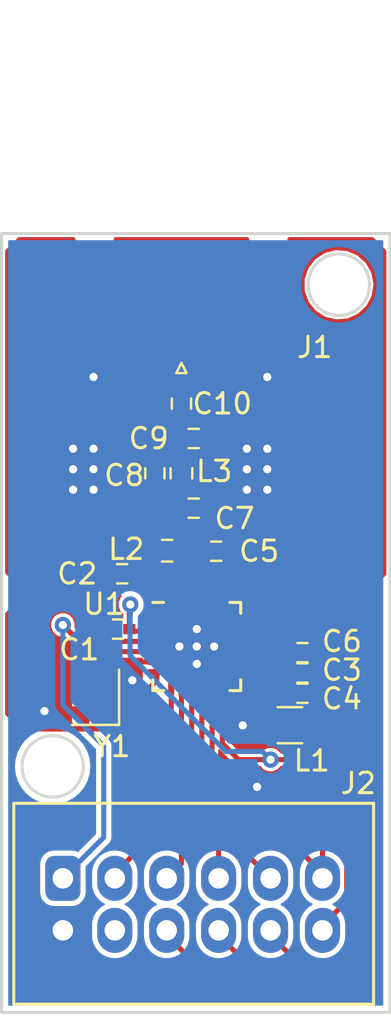
<source format=kicad_pcb>
(kicad_pcb (version 20171130) (host pcbnew "(5.0.1)-3")

  (general
    (thickness 1.6)
    (drawings 6)
    (tracks 165)
    (zones 0)
    (modules 17)
    (nets 22)
  )

  (page A4)
  (layers
    (0 F.Cu signal)
    (31 B.Cu signal)
    (32 B.Adhes user)
    (33 F.Adhes user)
    (34 B.Paste user)
    (35 F.Paste user)
    (36 B.SilkS user)
    (37 F.SilkS user)
    (38 B.Mask user)
    (39 F.Mask user)
    (40 Dwgs.User user)
    (41 Cmts.User user)
    (42 Eco1.User user)
    (43 Eco2.User user)
    (44 Edge.Cuts user)
    (45 Margin user)
    (46 B.CrtYd user)
    (47 F.CrtYd user)
    (48 B.Fab user)
    (49 F.Fab user hide)
  )

  (setup
    (last_trace_width 0.25)
    (trace_clearance 0.17)
    (zone_clearance 0.1)
    (zone_45_only yes)
    (trace_min 0.2)
    (segment_width 0.2)
    (edge_width 0.15)
    (via_size 0.8)
    (via_drill 0.4)
    (via_min_size 0.4)
    (via_min_drill 0.3)
    (uvia_size 0.3)
    (uvia_drill 0.1)
    (uvias_allowed no)
    (uvia_min_size 0.2)
    (uvia_min_drill 0.1)
    (pcb_text_width 0.3)
    (pcb_text_size 1.5 1.5)
    (mod_edge_width 0.15)
    (mod_text_size 1 1)
    (mod_text_width 0.15)
    (pad_size 0.6 0.5)
    (pad_drill 0)
    (pad_to_mask_clearance 0.051)
    (solder_mask_min_width 0.25)
    (aux_axis_origin 0 0)
    (visible_elements 7FFFFFFF)
    (pcbplotparams
      (layerselection 0x010fc_ffffffff)
      (usegerberextensions false)
      (usegerberattributes false)
      (usegerberadvancedattributes false)
      (creategerberjobfile false)
      (excludeedgelayer true)
      (linewidth 0.100000)
      (plotframeref false)
      (viasonmask false)
      (mode 1)
      (useauxorigin false)
      (hpglpennumber 1)
      (hpglpenspeed 20)
      (hpglpendiameter 15.000000)
      (psnegative false)
      (psa4output false)
      (plotreference true)
      (plotvalue false)
      (plotinvisibletext false)
      (padsonsilk false)
      (subtractmaskfromsilk false)
      (outputformat 1)
      (mirror false)
      (drillshape 0)
      (scaleselection 1)
      (outputdirectory "Gerber/"))
  )

  (net 0 "")
  (net 1 "Net-(L1-Pad2)")
  (net 2 "Net-(C1-Pad1)")
  (net 3 "Net-(C10-Pad2)")
  (net 4 "Net-(C7-Pad1)")
  (net 5 "Net-(C5-Pad1)")
  (net 6 GND)
  (net 7 NSS_CTS)
  (net 8 SCK_RTS)
  (net 9 MOSI_RX)
  (net 10 MISO_TX)
  (net 11 DIO3)
  (net 12 DIO2)
  (net 13 DIO1)
  (net 14 BUSY)
  (net 15 "Net-(U1-Pad6)")
  (net 16 "Net-(U1-Pad4)")
  (net 17 NRESET)
  (net 18 "Net-(C2-Pad1)")
  (net 19 "Net-(C10-Pad1)")
  (net 20 +3V3)
  (net 21 "Net-(J2-Pad4)")

  (net_class Default "This is the default net class."
    (clearance 0.17)
    (trace_width 0.25)
    (via_dia 0.8)
    (via_drill 0.4)
    (uvia_dia 0.3)
    (uvia_drill 0.1)
    (add_net +3V3)
    (add_net BUSY)
    (add_net DIO1)
    (add_net DIO2)
    (add_net DIO3)
    (add_net GND)
    (add_net MISO_TX)
    (add_net MOSI_RX)
    (add_net NRESET)
    (add_net NSS_CTS)
    (add_net "Net-(C1-Pad1)")
    (add_net "Net-(C10-Pad1)")
    (add_net "Net-(C10-Pad2)")
    (add_net "Net-(C2-Pad1)")
    (add_net "Net-(C5-Pad1)")
    (add_net "Net-(C7-Pad1)")
    (add_net "Net-(J2-Pad4)")
    (add_net "Net-(L1-Pad2)")
    (add_net "Net-(U1-Pad4)")
    (add_net "Net-(U1-Pad6)")
    (add_net SCK_RTS)
  )

  (module Connectors_Molex:Molex_C-Grid_III_90130-1112_2x12_P2.54mm_Vertical (layer F.Cu) (tedit 5CAA97B1) (tstamp 5CADCCD7)
    (at 132.5 97)
    (path /5CAA94ED)
    (fp_text reference J2 (at 14.45 -7.175) (layer F.SilkS)
      (effects (font (size 1 1) (thickness 0.15)))
    )
    (fp_text value Conn_02x06_Odd_Even (at 7.5 -8.8) (layer F.Fab)
      (effects (font (size 1 1) (thickness 0.15)))
    )
    (fp_line (start -3 -7) (end 16 -7) (layer F.Fab) (width 0.15))
    (fp_line (start 16 -7) (end 16 4.5) (layer F.Fab) (width 0.15))
    (fp_line (start 16 4.5) (end -3 4.5) (layer F.Fab) (width 0.15))
    (fp_line (start -3 4.5) (end -3 -7) (layer F.Fab) (width 0.15))
    (fp_line (start -2.4 -6.2) (end 15.2 -6.2) (layer F.SilkS) (width 0.15))
    (fp_line (start 15.2 -6.2) (end 15.2 3.6) (layer F.SilkS) (width 0.15))
    (fp_line (start 15.2 3.6) (end -2.4 3.6) (layer F.SilkS) (width 0.15))
    (fp_line (start -2.4 3.6) (end -2.4 -6.2) (layer F.SilkS) (width 0.15))
    (pad 1 thru_hole roundrect (at 0 -2.54) (size 1.72 2.2) (drill 1) (layers *.Cu *.Mask) (roundrect_rratio 0.25)
      (net 17 NRESET))
    (pad 2 thru_hole oval (at 0 0) (size 1.72 2.2) (drill 1) (layers *.Cu *.Mask)
      (net 6 GND))
    (pad 3 thru_hole oval (at 2.54 -2.54) (size 1.72 2.2) (drill 1) (layers *.Cu *.Mask)
      (net 14 BUSY))
    (pad 4 thru_hole oval (at 2.54 0) (size 1.72 2.2) (drill 1) (layers *.Cu *.Mask)
      (net 21 "Net-(J2-Pad4)"))
    (pad 5 thru_hole oval (at 5.08 -2.54) (size 1.72 2.2) (drill 1) (layers *.Cu *.Mask)
      (net 13 DIO1))
    (pad 6 thru_hole oval (at 5.08 0) (size 1.72 2.2) (drill 1) (layers *.Cu *.Mask)
      (net 7 NSS_CTS))
    (pad 7 thru_hole oval (at 7.62 -2.54) (size 1.72 2.2) (drill 1) (layers *.Cu *.Mask)
      (net 12 DIO2))
    (pad 8 thru_hole oval (at 7.62 0) (size 1.72 2.2) (drill 1) (layers *.Cu *.Mask)
      (net 8 SCK_RTS))
    (pad 9 thru_hole oval (at 10.16 -2.54) (size 1.72 2.2) (drill 1) (layers *.Cu *.Mask)
      (net 11 DIO3))
    (pad 10 thru_hole oval (at 10.16 0) (size 1.72 2.2) (drill 1) (layers *.Cu *.Mask)
      (net 9 MOSI_RX))
    (pad 11 thru_hole oval (at 12.7 -2.54) (size 1.72 2.2) (drill 1) (layers *.Cu *.Mask)
      (net 20 +3V3))
    (pad 12 thru_hole oval (at 12.7 0) (size 1.72 2.2) (drill 1) (layers *.Cu *.Mask)
      (net 10 MISO_TX))
    (model ${KISYS3DMOD}/Connector_Molex.3dshapes/Molex_C-Grid_III_90130-1112_2x12_P2.54mm_Vertical.stp
      (offset (xyz 6.35 1.3 4))
      (scale (xyz 1 1 1))
      (rotate (xyz -90 0 0))
    )
  )

  (module Capacitors_SMD:C_0402 (layer F.Cu) (tedit 58AA841A) (tstamp 5CA494D9)
    (at 144.22 83.45)
    (descr "Capacitor SMD 0402, reflow soldering, AVX (see smccp.pdf)")
    (tags "capacitor 0402")
    (path /5CA383AD)
    (attr smd)
    (fp_text reference C6 (at 1.93 -0.55 180) (layer F.SilkS)
      (effects (font (size 1 1) (thickness 0.15)))
    )
    (fp_text value 100nF (at 0 1.27) (layer F.Fab)
      (effects (font (size 1 1) (thickness 0.15)))
    )
    (fp_text user %R (at 0 -1.27) (layer F.Fab)
      (effects (font (size 1 1) (thickness 0.15)))
    )
    (fp_line (start -0.5 0.25) (end -0.5 -0.25) (layer F.Fab) (width 0.1))
    (fp_line (start 0.5 0.25) (end -0.5 0.25) (layer F.Fab) (width 0.1))
    (fp_line (start 0.5 -0.25) (end 0.5 0.25) (layer F.Fab) (width 0.1))
    (fp_line (start -0.5 -0.25) (end 0.5 -0.25) (layer F.Fab) (width 0.1))
    (fp_line (start 0.25 -0.47) (end -0.25 -0.47) (layer F.SilkS) (width 0.12))
    (fp_line (start -0.25 0.47) (end 0.25 0.47) (layer F.SilkS) (width 0.12))
    (fp_line (start -1 -0.4) (end 1 -0.4) (layer F.CrtYd) (width 0.05))
    (fp_line (start -1 -0.4) (end -1 0.4) (layer F.CrtYd) (width 0.05))
    (fp_line (start 1 0.4) (end 1 -0.4) (layer F.CrtYd) (width 0.05))
    (fp_line (start 1 0.4) (end -1 0.4) (layer F.CrtYd) (width 0.05))
    (pad 1 smd rect (at -0.55 0) (size 0.6 0.5) (layers F.Cu F.Paste F.Mask)
      (net 20 +3V3))
    (pad 2 smd rect (at 0.55 0) (size 0.6 0.5) (layers F.Cu F.Paste F.Mask)
      (net 6 GND))
    (model Capacitors_SMD.3dshapes/C_0402.wrl
      (at (xyz 0 0 0))
      (scale (xyz 1 1 1))
      (rotate (xyz 0 0 0))
    )
  )

  (module Housings_DFN_QFN:QFN-24-1EP_4x4mm_Pitch0.5mm (layer F.Cu) (tedit 5CB3C282) (tstamp 5CA48ACA)
    (at 139.05 83.15)
    (descr "24-Lead Plastic Quad Flat, No Lead Package (MJ) - 4x4x0.9 mm Body [QFN]; (see Microchip Packaging Specification 00000049BS.pdf)")
    (tags "QFN 0.5")
    (path /5CA8EC14)
    (attr smd)
    (fp_text reference U1 (at -4.55 -2.07) (layer F.SilkS)
      (effects (font (size 1 1) (thickness 0.15)))
    )
    (fp_text value SX1281 (at 0 3.375) (layer F.Fab)
      (effects (font (size 1 1) (thickness 0.15)))
    )
    (fp_line (start 2.15 -2.15) (end 1.625 -2.15) (layer F.SilkS) (width 0.15))
    (fp_line (start 2.15 2.15) (end 1.625 2.15) (layer F.SilkS) (width 0.15))
    (fp_line (start -2.15 2.15) (end -1.625 2.15) (layer F.SilkS) (width 0.15))
    (fp_line (start -2.15 -2.15) (end -1.625 -2.15) (layer F.SilkS) (width 0.15))
    (fp_line (start 2.15 2.15) (end 2.15 1.625) (layer F.SilkS) (width 0.15))
    (fp_line (start -2.15 2.15) (end -2.15 1.625) (layer F.SilkS) (width 0.15))
    (fp_line (start 2.15 -2.15) (end 2.15 -1.625) (layer F.SilkS) (width 0.15))
    (fp_line (start -2.65 2.65) (end 2.65 2.65) (layer F.CrtYd) (width 0.05))
    (fp_line (start -2.65 -2.65) (end 2.65 -2.65) (layer F.CrtYd) (width 0.05))
    (fp_line (start 2.65 -2.65) (end 2.65 2.65) (layer F.CrtYd) (width 0.05))
    (fp_line (start -2.65 -2.65) (end -2.65 2.65) (layer F.CrtYd) (width 0.05))
    (fp_line (start -2 -1) (end -1 -2) (layer F.Fab) (width 0.15))
    (fp_line (start -2 2) (end -2 -1) (layer F.Fab) (width 0.15))
    (fp_line (start 2 2) (end -2 2) (layer F.Fab) (width 0.15))
    (fp_line (start 2 -2) (end 2 2) (layer F.Fab) (width 0.15))
    (fp_line (start -1 -2) (end 2 -2) (layer F.Fab) (width 0.15))
    (pad 25 smd rect (at -0.65 -0.65) (size 1.3 1.3) (layers F.Cu F.Paste F.Mask)
      (net 6 GND) (solder_paste_margin_ratio -0.2))
    (pad 25 smd rect (at -0.65 0.65) (size 1.3 1.3) (layers F.Cu F.Paste F.Mask)
      (net 6 GND) (solder_paste_margin_ratio -0.2))
    (pad 25 smd rect (at 0.65 -0.65) (size 1.3 1.3) (layers F.Cu F.Paste F.Mask)
      (net 6 GND) (solder_paste_margin_ratio -0.2))
    (pad 25 smd rect (at 0.65 0.65) (size 1.3 1.3) (layers F.Cu F.Paste F.Mask)
      (net 6 GND) (solder_paste_margin_ratio -0.2))
    (pad 24 smd rect (at -1.25 -1.95 90) (size 0.85 0.3) (layers F.Cu F.Paste F.Mask)
      (net 6 GND) (zone_connect 0))
    (pad 23 smd rect (at -0.75 -1.95 90) (size 0.85 0.3) (layers F.Cu F.Paste F.Mask)
      (net 6 GND))
    (pad 22 smd rect (at -0.25 -1.95 90) (size 0.85 0.3) (layers F.Cu F.Paste F.Mask)
      (net 5 "Net-(C5-Pad1)"))
    (pad 21 smd rect (at 0.25 -1.95 90) (size 0.85 0.3) (layers F.Cu F.Paste F.Mask)
      (net 6 GND) (zone_connect 2))
    (pad 20 smd rect (at 0.75 -1.95 90) (size 0.85 0.3) (layers F.Cu F.Paste F.Mask)
      (net 6 GND) (zone_connect 2))
    (pad 19 smd rect (at 1.25 -1.95 90) (size 0.85 0.3) (layers F.Cu F.Paste F.Mask)
      (net 7 NSS_CTS))
    (pad 18 smd rect (at 1.95 -1.25) (size 0.85 0.3) (layers F.Cu F.Paste F.Mask)
      (net 8 SCK_RTS))
    (pad 17 smd rect (at 1.95 -0.75) (size 0.85 0.3) (layers F.Cu F.Paste F.Mask)
      (net 9 MOSI_RX))
    (pad 16 smd rect (at 1.95 -0.25) (size 0.85 0.3) (layers F.Cu F.Paste F.Mask)
      (net 10 MISO_TX))
    (pad 15 smd rect (at 1.95 0.25) (size 0.85 0.3) (layers F.Cu F.Paste F.Mask)
      (net 20 +3V3))
    (pad 14 smd rect (at 1.95 0.75) (size 0.85 0.3) (layers F.Cu F.Paste F.Mask)
      (net 1 "Net-(L1-Pad2)"))
    (pad 13 smd rect (at 1.95 1.25) (size 0.85 0.3) (layers F.Cu F.Paste F.Mask)
      (net 6 GND))
    (pad 12 smd rect (at 1.25 1.95 90) (size 0.85 0.3) (layers F.Cu F.Paste F.Mask)
      (net 2 "Net-(C1-Pad1)"))
    (pad 11 smd rect (at 0.75 1.95 90) (size 0.85 0.3) (layers F.Cu F.Paste F.Mask)
      (net 20 +3V3))
    (pad 10 smd rect (at 0.25 1.95 90) (size 0.85 0.3) (layers F.Cu F.Paste F.Mask)
      (net 11 DIO3))
    (pad 9 smd rect (at -0.25 1.95 90) (size 0.85 0.3) (layers F.Cu F.Paste F.Mask)
      (net 12 DIO2))
    (pad 8 smd rect (at -0.75 1.95 90) (size 0.85 0.3) (layers F.Cu F.Paste F.Mask)
      (net 13 DIO1))
    (pad 7 smd rect (at -1.25 1.95 90) (size 0.85 0.3) (layers F.Cu F.Paste F.Mask)
      (net 14 BUSY))
    (pad 6 smd rect (at -1.95 1.25) (size 0.85 0.3) (layers F.Cu F.Paste F.Mask)
      (net 15 "Net-(U1-Pad6)"))
    (pad 5 smd rect (at -1.95 0.75) (size 0.85 0.3) (layers F.Cu F.Paste F.Mask)
      (net 6 GND))
    (pad 4 smd rect (at -1.95 0.25) (size 0.85 0.3) (layers F.Cu F.Paste F.Mask)
      (net 16 "Net-(U1-Pad4)"))
    (pad 3 smd rect (at -1.95 -0.25) (size 0.85 0.3) (layers F.Cu F.Paste F.Mask)
      (net 17 NRESET))
    (pad 2 smd rect (at -1.95 -0.75) (size 0.85 0.3) (layers F.Cu F.Paste F.Mask)
      (net 2 "Net-(C1-Pad1)"))
    (pad 1 smd rect (at -1.95 -1.25) (size 0.85 0.3) (layers F.Cu F.Paste F.Mask)
      (net 18 "Net-(C2-Pad1)"))
    (model ${KISYS3DMOD}/Housings_DFN_QFN.3dshapes/QFN-24-1EP_4x4mm_Pitch0.5mm.wrl
      (at (xyz 0 0 0))
      (scale (xyz 1 1 1))
      (rotate (xyz 0 0 0))
    )
  )

  (module Capacitors_SMD:C_0402 (layer F.Cu) (tedit 58AA841A) (tstamp 5CA4951D)
    (at 135.2 82.3 180)
    (descr "Capacitor SMD 0402, reflow soldering, AVX (see smccp.pdf)")
    (tags "capacitor 0402")
    (path /5CA3D39E)
    (attr smd)
    (fp_text reference C1 (at 1.9 -1 180) (layer F.SilkS)
      (effects (font (size 1 1) (thickness 0.15)))
    )
    (fp_text value 10nF (at 0 1.27 180) (layer F.Fab)
      (effects (font (size 1 1) (thickness 0.15)))
    )
    (fp_text user %R (at 0 -1.27 180) (layer F.Fab)
      (effects (font (size 1 1) (thickness 0.15)))
    )
    (fp_line (start -0.5 0.25) (end -0.5 -0.25) (layer F.Fab) (width 0.1))
    (fp_line (start 0.5 0.25) (end -0.5 0.25) (layer F.Fab) (width 0.1))
    (fp_line (start 0.5 -0.25) (end 0.5 0.25) (layer F.Fab) (width 0.1))
    (fp_line (start -0.5 -0.25) (end 0.5 -0.25) (layer F.Fab) (width 0.1))
    (fp_line (start 0.25 -0.47) (end -0.25 -0.47) (layer F.SilkS) (width 0.12))
    (fp_line (start -0.25 0.47) (end 0.25 0.47) (layer F.SilkS) (width 0.12))
    (fp_line (start -1 -0.4) (end 1 -0.4) (layer F.CrtYd) (width 0.05))
    (fp_line (start -1 -0.4) (end -1 0.4) (layer F.CrtYd) (width 0.05))
    (fp_line (start 1 0.4) (end 1 -0.4) (layer F.CrtYd) (width 0.05))
    (fp_line (start 1 0.4) (end -1 0.4) (layer F.CrtYd) (width 0.05))
    (pad 1 smd rect (at -0.55 0 180) (size 0.6 0.5) (layers F.Cu F.Paste F.Mask)
      (net 2 "Net-(C1-Pad1)"))
    (pad 2 smd rect (at 0.55 0 180) (size 0.6 0.5) (layers F.Cu F.Paste F.Mask)
      (net 6 GND))
    (model Capacitors_SMD.3dshapes/C_0402.wrl
      (at (xyz 0 0 0))
      (scale (xyz 1 1 1))
      (rotate (xyz 0 0 0))
    )
  )

  (module Capacitors_SMD:C_0402 (layer F.Cu) (tedit 5CB3C2AC) (tstamp 5CA4950C)
    (at 135.4 79.6 180)
    (descr "Capacitor SMD 0402, reflow soldering, AVX (see smccp.pdf)")
    (tags "capacitor 0402")
    (path /5CA3D427)
    (attr smd)
    (fp_text reference C2 (at 2.2 0) (layer F.SilkS)
      (effects (font (size 1 1) (thickness 0.15)))
    )
    (fp_text value 10nF (at 0 1.27 180) (layer F.Fab)
      (effects (font (size 1 1) (thickness 0.15)))
    )
    (fp_line (start 1 0.4) (end -1 0.4) (layer F.CrtYd) (width 0.05))
    (fp_line (start 1 0.4) (end 1 -0.4) (layer F.CrtYd) (width 0.05))
    (fp_line (start -1 -0.4) (end -1 0.4) (layer F.CrtYd) (width 0.05))
    (fp_line (start -1 -0.4) (end 1 -0.4) (layer F.CrtYd) (width 0.05))
    (fp_line (start -0.25 0.47) (end 0.25 0.47) (layer F.SilkS) (width 0.12))
    (fp_line (start 0.25 -0.47) (end -0.25 -0.47) (layer F.SilkS) (width 0.12))
    (fp_line (start -0.5 -0.25) (end 0.5 -0.25) (layer F.Fab) (width 0.1))
    (fp_line (start 0.5 -0.25) (end 0.5 0.25) (layer F.Fab) (width 0.1))
    (fp_line (start 0.5 0.25) (end -0.5 0.25) (layer F.Fab) (width 0.1))
    (fp_line (start -0.5 0.25) (end -0.5 -0.25) (layer F.Fab) (width 0.1))
    (fp_text user %R (at 0 -1.27 180) (layer F.Fab)
      (effects (font (size 1 1) (thickness 0.15)))
    )
    (pad 2 smd rect (at 0.55 0 180) (size 0.6 0.5) (layers F.Cu F.Paste F.Mask)
      (net 6 GND))
    (pad 1 smd rect (at -0.55 0 180) (size 0.6 0.5) (layers F.Cu F.Paste F.Mask)
      (net 18 "Net-(C2-Pad1)") (thermal_width 1))
    (model Capacitors_SMD.3dshapes/C_0402.wrl
      (at (xyz 0 0 0))
      (scale (xyz 1 1 1))
      (rotate (xyz 0 0 0))
    )
  )

  (module Capacitors_SMD:C_0402 (layer F.Cu) (tedit 58AA841A) (tstamp 5CA494FB)
    (at 144.22 85.43 180)
    (descr "Capacitor SMD 0402, reflow soldering, AVX (see smccp.pdf)")
    (tags "capacitor 0402")
    (path /5CA3C80B)
    (attr smd)
    (fp_text reference C4 (at -1.93 -0.27) (layer F.SilkS)
      (effects (font (size 1 1) (thickness 0.15)))
    )
    (fp_text value 470nF (at 0 1.27 180) (layer F.Fab)
      (effects (font (size 1 1) (thickness 0.15)))
    )
    (fp_text user %R (at 0 -1.27 180) (layer F.Fab)
      (effects (font (size 1 1) (thickness 0.15)))
    )
    (fp_line (start -0.5 0.25) (end -0.5 -0.25) (layer F.Fab) (width 0.1))
    (fp_line (start 0.5 0.25) (end -0.5 0.25) (layer F.Fab) (width 0.1))
    (fp_line (start 0.5 -0.25) (end 0.5 0.25) (layer F.Fab) (width 0.1))
    (fp_line (start -0.5 -0.25) (end 0.5 -0.25) (layer F.Fab) (width 0.1))
    (fp_line (start 0.25 -0.47) (end -0.25 -0.47) (layer F.SilkS) (width 0.12))
    (fp_line (start -0.25 0.47) (end 0.25 0.47) (layer F.SilkS) (width 0.12))
    (fp_line (start -1 -0.4) (end 1 -0.4) (layer F.CrtYd) (width 0.05))
    (fp_line (start -1 -0.4) (end -1 0.4) (layer F.CrtYd) (width 0.05))
    (fp_line (start 1 0.4) (end 1 -0.4) (layer F.CrtYd) (width 0.05))
    (fp_line (start 1 0.4) (end -1 0.4) (layer F.CrtYd) (width 0.05))
    (pad 1 smd rect (at -0.55 0 180) (size 0.6 0.5) (layers F.Cu F.Paste F.Mask)
      (net 2 "Net-(C1-Pad1)"))
    (pad 2 smd rect (at 0.55 0 180) (size 0.6 0.5) (layers F.Cu F.Paste F.Mask)
      (net 6 GND))
    (model Capacitors_SMD.3dshapes/C_0402.wrl
      (at (xyz 0 0 0))
      (scale (xyz 1 1 1))
      (rotate (xyz 0 0 0))
    )
  )

  (module Capacitors_SMD:C_0402 (layer F.Cu) (tedit 58AA841A) (tstamp 5CA494EA)
    (at 140 78.5)
    (descr "Capacitor SMD 0402, reflow soldering, AVX (see smccp.pdf)")
    (tags "capacitor 0402")
    (path /5CA31FD2)
    (attr smd)
    (fp_text reference C5 (at 2.1 0 180) (layer F.SilkS)
      (effects (font (size 1 1) (thickness 0.15)))
    )
    (fp_text value 0.8pF (at 0 1.27) (layer F.Fab)
      (effects (font (size 1 1) (thickness 0.15)))
    )
    (fp_line (start 1 0.4) (end -1 0.4) (layer F.CrtYd) (width 0.05))
    (fp_line (start 1 0.4) (end 1 -0.4) (layer F.CrtYd) (width 0.05))
    (fp_line (start -1 -0.4) (end -1 0.4) (layer F.CrtYd) (width 0.05))
    (fp_line (start -1 -0.4) (end 1 -0.4) (layer F.CrtYd) (width 0.05))
    (fp_line (start -0.25 0.47) (end 0.25 0.47) (layer F.SilkS) (width 0.12))
    (fp_line (start 0.25 -0.47) (end -0.25 -0.47) (layer F.SilkS) (width 0.12))
    (fp_line (start -0.5 -0.25) (end 0.5 -0.25) (layer F.Fab) (width 0.1))
    (fp_line (start 0.5 -0.25) (end 0.5 0.25) (layer F.Fab) (width 0.1))
    (fp_line (start 0.5 0.25) (end -0.5 0.25) (layer F.Fab) (width 0.1))
    (fp_line (start -0.5 0.25) (end -0.5 -0.25) (layer F.Fab) (width 0.1))
    (fp_text user %R (at 0 -1.27) (layer F.Fab)
      (effects (font (size 1 1) (thickness 0.15)))
    )
    (pad 2 smd rect (at 0.55 0) (size 0.6 0.5) (layers F.Cu F.Paste F.Mask)
      (net 6 GND))
    (pad 1 smd rect (at -0.55 0) (size 0.6 0.5) (layers F.Cu F.Paste F.Mask)
      (net 5 "Net-(C5-Pad1)"))
    (model Capacitors_SMD.3dshapes/C_0402.wrl
      (at (xyz 0 0 0))
      (scale (xyz 1 1 1))
      (rotate (xyz 0 0 0))
    )
  )

  (module Capacitors_SMD:C_0402 (layer F.Cu) (tedit 58AA841A) (tstamp 5CA494C8)
    (at 138.9 76.4)
    (descr "Capacitor SMD 0402, reflow soldering, AVX (see smccp.pdf)")
    (tags "capacitor 0402")
    (path /5CA32955)
    (attr smd)
    (fp_text reference C7 (at 2 0.5) (layer F.SilkS)
      (effects (font (size 1 1) (thickness 0.15)))
    )
    (fp_text value 1.2pF (at 0 1.27) (layer F.Fab)
      (effects (font (size 1 1) (thickness 0.15)))
    )
    (fp_line (start 1 0.4) (end -1 0.4) (layer F.CrtYd) (width 0.05))
    (fp_line (start 1 0.4) (end 1 -0.4) (layer F.CrtYd) (width 0.05))
    (fp_line (start -1 -0.4) (end -1 0.4) (layer F.CrtYd) (width 0.05))
    (fp_line (start -1 -0.4) (end 1 -0.4) (layer F.CrtYd) (width 0.05))
    (fp_line (start -0.25 0.47) (end 0.25 0.47) (layer F.SilkS) (width 0.12))
    (fp_line (start 0.25 -0.47) (end -0.25 -0.47) (layer F.SilkS) (width 0.12))
    (fp_line (start -0.5 -0.25) (end 0.5 -0.25) (layer F.Fab) (width 0.1))
    (fp_line (start 0.5 -0.25) (end 0.5 0.25) (layer F.Fab) (width 0.1))
    (fp_line (start 0.5 0.25) (end -0.5 0.25) (layer F.Fab) (width 0.1))
    (fp_line (start -0.5 0.25) (end -0.5 -0.25) (layer F.Fab) (width 0.1))
    (fp_text user %R (at 0 -1.27) (layer F.Fab)
      (effects (font (size 1 1) (thickness 0.15)))
    )
    (pad 2 smd rect (at 0.55 0) (size 0.6 0.5) (layers F.Cu F.Paste F.Mask)
      (net 6 GND))
    (pad 1 smd rect (at -0.55 0) (size 0.6 0.5) (layers F.Cu F.Paste F.Mask)
      (net 4 "Net-(C7-Pad1)"))
    (model Capacitors_SMD.3dshapes/C_0402.wrl
      (at (xyz 0 0 0))
      (scale (xyz 1 1 1))
      (rotate (xyz 0 0 0))
    )
  )

  (module Capacitors_SMD:C_0402 (layer F.Cu) (tedit 58AA841A) (tstamp 5CA494B7)
    (at 137 74.7 270)
    (descr "Capacitor SMD 0402, reflow soldering, AVX (see smccp.pdf)")
    (tags "capacitor 0402")
    (path /5CA330EA)
    (attr smd)
    (fp_text reference C8 (at 0.1 1.5) (layer F.SilkS)
      (effects (font (size 1 1) (thickness 0.15)))
    )
    (fp_text value 0.5pF (at 0 1.27 270) (layer F.Fab)
      (effects (font (size 1 1) (thickness 0.15)))
    )
    (fp_text user %R (at 0 -1.27 270) (layer F.Fab)
      (effects (font (size 1 1) (thickness 0.15)))
    )
    (fp_line (start -0.5 0.25) (end -0.5 -0.25) (layer F.Fab) (width 0.1))
    (fp_line (start 0.5 0.25) (end -0.5 0.25) (layer F.Fab) (width 0.1))
    (fp_line (start 0.5 -0.25) (end 0.5 0.25) (layer F.Fab) (width 0.1))
    (fp_line (start -0.5 -0.25) (end 0.5 -0.25) (layer F.Fab) (width 0.1))
    (fp_line (start 0.25 -0.47) (end -0.25 -0.47) (layer F.SilkS) (width 0.12))
    (fp_line (start -0.25 0.47) (end 0.25 0.47) (layer F.SilkS) (width 0.12))
    (fp_line (start -1 -0.4) (end 1 -0.4) (layer F.CrtYd) (width 0.05))
    (fp_line (start -1 -0.4) (end -1 0.4) (layer F.CrtYd) (width 0.05))
    (fp_line (start 1 0.4) (end 1 -0.4) (layer F.CrtYd) (width 0.05))
    (fp_line (start 1 0.4) (end -1 0.4) (layer F.CrtYd) (width 0.05))
    (pad 1 smd rect (at -0.55 0 270) (size 0.6 0.5) (layers F.Cu F.Paste F.Mask)
      (net 3 "Net-(C10-Pad2)"))
    (pad 2 smd rect (at 0.55 0 270) (size 0.6 0.5) (layers F.Cu F.Paste F.Mask)
      (net 4 "Net-(C7-Pad1)"))
    (model Capacitors_SMD.3dshapes/C_0402.wrl
      (at (xyz 0 0 0))
      (scale (xyz 1 1 1))
      (rotate (xyz 0 0 0))
    )
  )

  (module Capacitors_SMD:C_0402 (layer F.Cu) (tedit 58AA841A) (tstamp 5CA494A6)
    (at 138.3 71.3 270)
    (descr "Capacitor SMD 0402, reflow soldering, AVX (see smccp.pdf)")
    (tags "capacitor 0402")
    (path /5CA35C0B)
    (attr smd)
    (fp_text reference C10 (at 0 -2) (layer F.SilkS)
      (effects (font (size 1 1) (thickness 0.15)))
    )
    (fp_text value 100pF (at 0 1.27 270) (layer F.Fab)
      (effects (font (size 1 1) (thickness 0.15)))
    )
    (fp_line (start 1 0.4) (end -1 0.4) (layer F.CrtYd) (width 0.05))
    (fp_line (start 1 0.4) (end 1 -0.4) (layer F.CrtYd) (width 0.05))
    (fp_line (start -1 -0.4) (end -1 0.4) (layer F.CrtYd) (width 0.05))
    (fp_line (start -1 -0.4) (end 1 -0.4) (layer F.CrtYd) (width 0.05))
    (fp_line (start -0.25 0.47) (end 0.25 0.47) (layer F.SilkS) (width 0.12))
    (fp_line (start 0.25 -0.47) (end -0.25 -0.47) (layer F.SilkS) (width 0.12))
    (fp_line (start -0.5 -0.25) (end 0.5 -0.25) (layer F.Fab) (width 0.1))
    (fp_line (start 0.5 -0.25) (end 0.5 0.25) (layer F.Fab) (width 0.1))
    (fp_line (start 0.5 0.25) (end -0.5 0.25) (layer F.Fab) (width 0.1))
    (fp_line (start -0.5 0.25) (end -0.5 -0.25) (layer F.Fab) (width 0.1))
    (fp_text user %R (at 0.7 -3.35 270) (layer F.Fab)
      (effects (font (size 1 1) (thickness 0.15)))
    )
    (pad 2 smd rect (at 0.55 0 270) (size 0.6 0.5) (layers F.Cu F.Paste F.Mask)
      (net 3 "Net-(C10-Pad2)"))
    (pad 1 smd rect (at -0.55 0 270) (size 0.6 0.5) (layers F.Cu F.Paste F.Mask)
      (net 19 "Net-(C10-Pad1)"))
    (model Capacitors_SMD.3dshapes/C_0402.wrl
      (at (xyz 0 0 0))
      (scale (xyz 1 1 1))
      (rotate (xyz 0 0 0))
    )
  )

  (module Capacitors_SMD:C_0402 (layer F.Cu) (tedit 58AA841A) (tstamp 5CA49495)
    (at 138.9 73)
    (descr "Capacitor SMD 0402, reflow soldering, AVX (see smccp.pdf)")
    (tags "capacitor 0402")
    (path /5CA3367B)
    (attr smd)
    (fp_text reference C9 (at -2.2 0) (layer F.SilkS)
      (effects (font (size 1 1) (thickness 0.15)))
    )
    (fp_text value 1.2pF (at 0 1.27) (layer F.Fab)
      (effects (font (size 1 1) (thickness 0.15)))
    )
    (fp_text user %R (at 0.9 -1.55) (layer F.Fab)
      (effects (font (size 1 1) (thickness 0.15)))
    )
    (fp_line (start -0.5 0.25) (end -0.5 -0.25) (layer F.Fab) (width 0.1))
    (fp_line (start 0.5 0.25) (end -0.5 0.25) (layer F.Fab) (width 0.1))
    (fp_line (start 0.5 -0.25) (end 0.5 0.25) (layer F.Fab) (width 0.1))
    (fp_line (start -0.5 -0.25) (end 0.5 -0.25) (layer F.Fab) (width 0.1))
    (fp_line (start 0.25 -0.47) (end -0.25 -0.47) (layer F.SilkS) (width 0.12))
    (fp_line (start -0.25 0.47) (end 0.25 0.47) (layer F.SilkS) (width 0.12))
    (fp_line (start -1 -0.4) (end 1 -0.4) (layer F.CrtYd) (width 0.05))
    (fp_line (start -1 -0.4) (end -1 0.4) (layer F.CrtYd) (width 0.05))
    (fp_line (start 1 0.4) (end 1 -0.4) (layer F.CrtYd) (width 0.05))
    (fp_line (start 1 0.4) (end -1 0.4) (layer F.CrtYd) (width 0.05))
    (pad 1 smd rect (at -0.55 0) (size 0.6 0.5) (layers F.Cu F.Paste F.Mask)
      (net 3 "Net-(C10-Pad2)"))
    (pad 2 smd rect (at 0.55 0) (size 0.6 0.5) (layers F.Cu F.Paste F.Mask)
      (net 6 GND))
    (model Capacitors_SMD.3dshapes/C_0402.wrl
      (at (xyz 0 0 0))
      (scale (xyz 1 1 1))
      (rotate (xyz 0 0 0))
    )
  )

  (module Capacitors_SMD:C_0402 (layer F.Cu) (tedit 58AA841A) (tstamp 5CA49484)
    (at 144.22 84.44)
    (descr "Capacitor SMD 0402, reflow soldering, AVX (see smccp.pdf)")
    (tags "capacitor 0402")
    (path /5CA2FF60)
    (attr smd)
    (fp_text reference C3 (at 1.93 -0.14 -180) (layer F.SilkS)
      (effects (font (size 1 1) (thickness 0.15)))
    )
    (fp_text value 100nF (at 0 1.27) (layer F.Fab)
      (effects (font (size 1 1) (thickness 0.15)))
    )
    (fp_line (start 1 0.4) (end -1 0.4) (layer F.CrtYd) (width 0.05))
    (fp_line (start 1 0.4) (end 1 -0.4) (layer F.CrtYd) (width 0.05))
    (fp_line (start -1 -0.4) (end -1 0.4) (layer F.CrtYd) (width 0.05))
    (fp_line (start -1 -0.4) (end 1 -0.4) (layer F.CrtYd) (width 0.05))
    (fp_line (start -0.25 0.47) (end 0.25 0.47) (layer F.SilkS) (width 0.12))
    (fp_line (start 0.25 -0.47) (end -0.25 -0.47) (layer F.SilkS) (width 0.12))
    (fp_line (start -0.5 -0.25) (end 0.5 -0.25) (layer F.Fab) (width 0.1))
    (fp_line (start 0.5 -0.25) (end 0.5 0.25) (layer F.Fab) (width 0.1))
    (fp_line (start 0.5 0.25) (end -0.5 0.25) (layer F.Fab) (width 0.1))
    (fp_line (start -0.5 0.25) (end -0.5 -0.25) (layer F.Fab) (width 0.1))
    (fp_text user %R (at 0 -1.27) (layer F.Fab)
      (effects (font (size 1 1) (thickness 0.15)))
    )
    (pad 2 smd rect (at 0.55 0) (size 0.6 0.5) (layers F.Cu F.Paste F.Mask)
      (net 6 GND))
    (pad 1 smd rect (at -0.55 0) (size 0.6 0.5) (layers F.Cu F.Paste F.Mask)
      (net 20 +3V3))
    (model Capacitors_SMD.3dshapes/C_0402.wrl
      (at (xyz 0 0 0))
      (scale (xyz 1 1 1))
      (rotate (xyz 0 0 0))
    )
  )

  (module Crystals:Crystal_SMD_2016-4pin_2.0x1.6mm (layer F.Cu) (tedit 5CAA985F) (tstamp 5CA4942F)
    (at 134.1 85.625 90)
    (descr "SMD Crystal SERIES SMD2016/4 http://www.q-crystal.com/upload/5/2015552223166229.pdf, 2.0x1.6mm^2 package")
    (tags "SMD SMT crystal")
    (path /5CA2EEEE)
    (zone_connect 1)
    (attr smd)
    (fp_text reference Y1 (at -2.4 0.8 180) (layer F.SilkS)
      (effects (font (size 1 1) (thickness 0.15)))
    )
    (fp_text value 52.0MHz (at 0 2 90) (layer F.Fab)
      (effects (font (size 1 1) (thickness 0.15)))
    )
    (fp_line (start 1.4 -1.3) (end -1.4 -1.3) (layer F.CrtYd) (width 0.05))
    (fp_line (start 1.4 1.3) (end 1.4 -1.3) (layer F.CrtYd) (width 0.05))
    (fp_line (start -1.4 1.3) (end 1.4 1.3) (layer F.CrtYd) (width 0.05))
    (fp_line (start -1.4 -1.3) (end -1.4 1.3) (layer F.CrtYd) (width 0.05))
    (fp_line (start -1.35 1.15) (end 1.35 1.15) (layer F.SilkS) (width 0.12))
    (fp_line (start -1.35 -1.15) (end -1.35 1.15) (layer F.SilkS) (width 0.12))
    (fp_line (start -1 0.3) (end -0.5 0.8) (layer F.Fab) (width 0.1))
    (fp_line (start -1 -0.7) (end -0.9 -0.8) (layer F.Fab) (width 0.1))
    (fp_line (start -1 0.7) (end -1 -0.7) (layer F.Fab) (width 0.1))
    (fp_line (start -0.9 0.8) (end -1 0.7) (layer F.Fab) (width 0.1))
    (fp_line (start 0.9 0.8) (end -0.9 0.8) (layer F.Fab) (width 0.1))
    (fp_line (start 1 0.7) (end 0.9 0.8) (layer F.Fab) (width 0.1))
    (fp_line (start 1 -0.7) (end 1 0.7) (layer F.Fab) (width 0.1))
    (fp_line (start 0.9 -0.8) (end 1 -0.7) (layer F.Fab) (width 0.1))
    (fp_line (start -0.9 -0.8) (end 0.9 -0.8) (layer F.Fab) (width 0.1))
    (fp_text user %R (at 0 0 90) (layer F.Fab)
      (effects (font (size 0.5 0.5) (thickness 0.075)))
    )
    (pad 4 smd rect (at -0.7 -0.55 90) (size 0.9 0.8) (layers F.Cu F.Paste F.Mask)
      (net 6 GND) (zone_connect 1))
    (pad 3 smd rect (at 0.7 -0.55 90) (size 0.9 0.8) (layers F.Cu F.Paste F.Mask)
      (net 16 "Net-(U1-Pad4)") (zone_connect 1))
    (pad 2 smd rect (at 0.7 0.55 90) (size 0.9 0.8) (layers F.Cu F.Paste F.Mask)
      (net 6 GND) (zone_connect 1))
    (pad 1 smd rect (at -0.7 0.55 90) (size 0.9 0.8) (layers F.Cu F.Paste F.Mask)
      (net 15 "Net-(U1-Pad6)") (zone_connect 1))
    (model ${KISYS3DMOD}/Crystals.3dshapes/Crystal_SMD_2016-4pin_2.0x1.6mm.wrl
      (at (xyz 0 0 0))
      (scale (xyz 1 1 1))
      (rotate (xyz 0 0 0))
    )
  )

  (module Connector_Coaxial:SMA_Amphenol_132289_EdgeMount (layer F.Cu) (tedit 5A1C1810) (tstamp 5CA48AED)
    (at 138.3 66.1 90)
    (descr http://www.amphenolrf.com/132289.html)
    (tags SMA)
    (path /5CA48914)
    (attr smd)
    (fp_text reference J1 (at -2.45 6.52 180) (layer F.SilkS)
      (effects (font (size 1 1) (thickness 0.15)))
    )
    (fp_text value Conn_Coaxial (at 5 6 90) (layer F.Fab)
      (effects (font (size 1 1) (thickness 0.15)))
    )
    (fp_line (start -3.71 0.25) (end -3.21 0) (layer F.SilkS) (width 0.12))
    (fp_line (start -3.71 -0.25) (end -3.71 0.25) (layer F.SilkS) (width 0.12))
    (fp_line (start -3.21 0) (end -3.71 -0.25) (layer F.SilkS) (width 0.12))
    (fp_line (start 3.54 0) (end 2.54 0.75) (layer F.Fab) (width 0.1))
    (fp_line (start 2.54 -0.75) (end 3.54 0) (layer F.Fab) (width 0.1))
    (fp_text user %R (at 4.79 0) (layer F.Fab)
      (effects (font (size 1 1) (thickness 0.15)))
    )
    (fp_line (start 14.47 -5.58) (end -3.04 -5.58) (layer F.CrtYd) (width 0.05))
    (fp_line (start 14.47 -5.58) (end 14.47 5.58) (layer F.CrtYd) (width 0.05))
    (fp_line (start 14.47 5.58) (end -3.04 5.58) (layer F.CrtYd) (width 0.05))
    (fp_line (start -3.04 5.58) (end -3.04 -5.58) (layer F.CrtYd) (width 0.05))
    (fp_line (start 14.47 -5.58) (end -3.04 -5.58) (layer B.CrtYd) (width 0.05))
    (fp_line (start 14.47 -5.58) (end 14.47 5.58) (layer B.CrtYd) (width 0.05))
    (fp_line (start 14.47 5.58) (end -3.04 5.58) (layer B.CrtYd) (width 0.05))
    (fp_line (start -3.04 5.58) (end -3.04 -5.58) (layer B.CrtYd) (width 0.05))
    (fp_line (start 4.445 -3.81) (end 13.97 -3.81) (layer F.Fab) (width 0.1))
    (fp_line (start 13.97 -3.81) (end 13.97 3.81) (layer F.Fab) (width 0.1))
    (fp_line (start 13.97 3.81) (end 4.445 3.81) (layer F.Fab) (width 0.1))
    (fp_line (start 4.445 5.08) (end 4.445 3.81) (layer F.Fab) (width 0.1))
    (fp_line (start 4.445 -3.81) (end 4.445 -5.08) (layer F.Fab) (width 0.1))
    (fp_line (start -1.91 -5.08) (end 4.445 -5.08) (layer F.Fab) (width 0.1))
    (fp_line (start -1.91 -5.08) (end -1.91 -3.81) (layer F.Fab) (width 0.1))
    (fp_line (start -1.91 -3.81) (end 2.54 -3.81) (layer F.Fab) (width 0.1))
    (fp_line (start 2.54 -3.81) (end 2.54 3.81) (layer F.Fab) (width 0.1))
    (fp_line (start 2.54 3.81) (end -1.91 3.81) (layer F.Fab) (width 0.1))
    (fp_line (start -1.91 3.81) (end -1.91 5.08) (layer F.Fab) (width 0.1))
    (fp_line (start -1.91 5.08) (end 4.445 5.08) (layer F.Fab) (width 0.1))
    (pad 2 smd rect (at 0 4.25 180) (size 1.5 5.08) (layers B.Cu B.Paste B.Mask)
      (net 6 GND))
    (pad 2 smd rect (at 0 -4.25 180) (size 1.5 5.08) (layers B.Cu B.Paste B.Mask)
      (net 6 GND))
    (pad 2 smd rect (at 0 4.25 180) (size 1.5 5.08) (layers F.Cu F.Paste F.Mask)
      (net 6 GND))
    (pad 2 smd rect (at 0 -4.25 180) (size 1.5 5.08) (layers F.Cu F.Paste F.Mask)
      (net 6 GND))
    (pad 1 smd rect (at 0 0 180) (size 1.5 5.08) (layers F.Cu F.Paste F.Mask)
      (net 19 "Net-(C10-Pad1)"))
    (model ${KISYS3DMOD}/Connector_Coaxial.3dshapes/SMA_Amphenol_132289_EdgeMount.wrl
      (at (xyz 0 0 0))
      (scale (xyz 1 1 1))
      (rotate (xyz 0 0 0))
    )
  )

  (module Inductors_SMD:L_0402 (layer F.Cu) (tedit 59912B76) (tstamp 5CA48A9A)
    (at 137.6 78.475 180)
    (descr "Resistor SMD 0402, reflow soldering, Vishay (see dcrcw.pdf)")
    (tags "resistor 0402")
    (path /5CA4C3EF)
    (attr smd)
    (fp_text reference L2 (at 2 0.075) (layer F.SilkS)
      (effects (font (size 1 1) (thickness 0.15)))
    )
    (fp_text value 3.0nH (at 0 1.8 180) (layer F.Fab)
      (effects (font (size 1 1) (thickness 0.15)))
    )
    (fp_text user %R (at 0 0 180) (layer F.Fab)
      (effects (font (size 0.2 0.2) (thickness 0.03)))
    )
    (fp_line (start -0.5 0.25) (end -0.5 -0.25) (layer F.Fab) (width 0.1))
    (fp_line (start 0.5 0.25) (end -0.5 0.25) (layer F.Fab) (width 0.1))
    (fp_line (start 0.5 -0.25) (end 0.5 0.25) (layer F.Fab) (width 0.1))
    (fp_line (start -0.5 -0.25) (end 0.5 -0.25) (layer F.Fab) (width 0.1))
    (fp_line (start -0.95 -0.65) (end 0.95 -0.65) (layer F.CrtYd) (width 0.05))
    (fp_line (start -0.95 0.65) (end 0.95 0.65) (layer F.CrtYd) (width 0.05))
    (fp_line (start -0.95 -0.65) (end -0.95 0.65) (layer F.CrtYd) (width 0.05))
    (fp_line (start 0.95 -0.65) (end 0.95 0.65) (layer F.CrtYd) (width 0.05))
    (fp_line (start 0.25 -0.53) (end -0.25 -0.53) (layer F.SilkS) (width 0.12))
    (fp_line (start -0.25 0.53) (end 0.25 0.53) (layer F.SilkS) (width 0.12))
    (pad 1 smd rect (at -0.45 0 180) (size 0.4 0.6) (layers F.Cu F.Paste F.Mask)
      (net 5 "Net-(C5-Pad1)"))
    (pad 2 smd rect (at 0.45 0 180) (size 0.4 0.6) (layers F.Cu F.Paste F.Mask)
      (net 4 "Net-(C7-Pad1)"))
    (model ${KISYS3DMOD}/Inductors_SMD.3dshapes/L_0402.wrl
      (at (xyz 0 0 0))
      (scale (xyz 1 1 1))
      (rotate (xyz 0 0 0))
    )
  )

  (module Inductors_SMD:L_0402 (layer F.Cu) (tedit 59912B76) (tstamp 5CA48A89)
    (at 138.3 74.7 90)
    (descr "Resistor SMD 0402, reflow soldering, Vishay (see dcrcw.pdf)")
    (tags "resistor 0402")
    (path /5CA4DFB1)
    (attr smd)
    (fp_text reference L3 (at 0.1 1.6 180) (layer F.SilkS)
      (effects (font (size 1 1) (thickness 0.15)))
    )
    (fp_text value 2.5nH (at 0 1.8 90) (layer F.Fab)
      (effects (font (size 1 1) (thickness 0.15)))
    )
    (fp_line (start -0.25 0.53) (end 0.25 0.53) (layer F.SilkS) (width 0.12))
    (fp_line (start 0.25 -0.53) (end -0.25 -0.53) (layer F.SilkS) (width 0.12))
    (fp_line (start 0.95 -0.65) (end 0.95 0.65) (layer F.CrtYd) (width 0.05))
    (fp_line (start -0.95 -0.65) (end -0.95 0.65) (layer F.CrtYd) (width 0.05))
    (fp_line (start -0.95 0.65) (end 0.95 0.65) (layer F.CrtYd) (width 0.05))
    (fp_line (start -0.95 -0.65) (end 0.95 -0.65) (layer F.CrtYd) (width 0.05))
    (fp_line (start -0.5 -0.25) (end 0.5 -0.25) (layer F.Fab) (width 0.1))
    (fp_line (start 0.5 -0.25) (end 0.5 0.25) (layer F.Fab) (width 0.1))
    (fp_line (start 0.5 0.25) (end -0.5 0.25) (layer F.Fab) (width 0.1))
    (fp_line (start -0.5 0.25) (end -0.5 -0.25) (layer F.Fab) (width 0.1))
    (fp_text user %R (at 0 0 90) (layer F.Fab)
      (effects (font (size 0.2 0.2) (thickness 0.03)))
    )
    (pad 2 smd rect (at 0.45 0 90) (size 0.4 0.6) (layers F.Cu F.Paste F.Mask)
      (net 3 "Net-(C10-Pad2)"))
    (pad 1 smd rect (at -0.45 0 90) (size 0.4 0.6) (layers F.Cu F.Paste F.Mask)
      (net 4 "Net-(C7-Pad1)"))
    (model ${KISYS3DMOD}/Inductors_SMD.3dshapes/L_0402.wrl
      (at (xyz 0 0 0))
      (scale (xyz 1 1 1))
      (rotate (xyz 0 0 0))
    )
  )

  (module Inductors_SMD:L_0805 (layer F.Cu) (tedit 58307B54) (tstamp 5CA48A78)
    (at 143.61 86.99 180)
    (descr "Resistor SMD 0805, reflow soldering, Vishay (see dcrcw.pdf)")
    (tags "resistor 0805")
    (path /5CA49FD5)
    (attr smd)
    (fp_text reference L1 (at -1.065 -1.735) (layer F.SilkS)
      (effects (font (size 1 1) (thickness 0.15)))
    )
    (fp_text value 15uH (at 0 2.1 180) (layer F.Fab)
      (effects (font (size 1 1) (thickness 0.15)))
    )
    (fp_line (start -0.6 -0.88) (end 0.6 -0.88) (layer F.SilkS) (width 0.12))
    (fp_line (start 0.6 0.88) (end -0.6 0.88) (layer F.SilkS) (width 0.12))
    (fp_line (start 1.6 -1) (end 1.6 1) (layer F.CrtYd) (width 0.05))
    (fp_line (start -1.6 -1) (end -1.6 1) (layer F.CrtYd) (width 0.05))
    (fp_line (start -1.6 1) (end 1.6 1) (layer F.CrtYd) (width 0.05))
    (fp_line (start -1.6 -1) (end 1.6 -1) (layer F.CrtYd) (width 0.05))
    (fp_line (start -1 -0.62) (end 1 -0.62) (layer F.Fab) (width 0.1))
    (fp_line (start 1 -0.62) (end 1 0.62) (layer F.Fab) (width 0.1))
    (fp_line (start 1 0.62) (end -1 0.62) (layer F.Fab) (width 0.1))
    (fp_line (start -1 0.62) (end -1 -0.62) (layer F.Fab) (width 0.1))
    (fp_text user %R (at 0 0 180) (layer F.Fab)
      (effects (font (size 0.5 0.5) (thickness 0.075)))
    )
    (pad 2 smd rect (at 0.95 0 180) (size 0.7 1.3) (layers F.Cu F.Paste F.Mask)
      (net 1 "Net-(L1-Pad2)"))
    (pad 1 smd rect (at -0.95 0 180) (size 0.7 1.3) (layers F.Cu F.Paste F.Mask)
      (net 2 "Net-(C1-Pad1)"))
    (model ${KISYS3DMOD}/Inductors_SMD.3dshapes/L_0805.wrl
      (at (xyz 0 0 0))
      (scale (xyz 1 1 1))
      (rotate (xyz 0 0 0))
    )
  )

  (gr_circle (center 146 65.5) (end 146 67) (layer Edge.Cuts) (width 0.15))
  (gr_circle (center 132 89) (end 132 87.5) (layer Edge.Cuts) (width 0.15))
  (gr_line (start 129.5 101) (end 129.5 63) (layer Edge.Cuts) (width 0.15))
  (gr_line (start 148.5 101) (end 129.5 101) (layer Edge.Cuts) (width 0.15))
  (gr_line (start 148.5 63) (end 148.5 101) (layer Edge.Cuts) (width 0.15))
  (gr_line (start 129.5 63) (end 148.5 63) (layer Edge.Cuts) (width 0.15))

  (segment (start 142.66 86.69) (end 142.66 86.99) (width 0.25) (layer F.Cu) (net 1))
  (segment (start 142.06 86.09) (end 142.66 86.69) (width 0.25) (layer F.Cu) (net 1))
  (segment (start 142.06 84.285) (end 142.06 86.09) (width 0.25) (layer F.Cu) (net 1))
  (segment (start 141.675 83.9) (end 142.06 84.285) (width 0.25) (layer F.Cu) (net 1))
  (segment (start 141 83.9) (end 141.675 83.9) (width 0.25) (layer F.Cu) (net 1))
  (segment (start 135.85 82.4) (end 137.1 82.4) (width 0.25) (layer F.Cu) (net 2))
  (segment (start 135.75 82.3) (end 135.85 82.4) (width 0.25) (layer F.Cu) (net 2))
  (via (at 135.8 81.1) (size 0.8) (drill 0.4) (layers F.Cu B.Cu) (net 2))
  (segment (start 135.75 81.15) (end 135.8 81.1) (width 0.25) (layer F.Cu) (net 2))
  (segment (start 135.75 82.3) (end 135.75 81.15) (width 0.25) (layer F.Cu) (net 2))
  (segment (start 144.77 86.78) (end 144.56 86.99) (width 0.25) (layer F.Cu) (net 2))
  (segment (start 144.77 85.43) (end 144.77 86.78) (width 0.25) (layer F.Cu) (net 2))
  (segment (start 140.3 85.775) (end 140.3 85.1) (width 0.25) (layer F.Cu) (net 2))
  (segment (start 140.3 87.88) (end 140.3 85.775) (width 0.25) (layer F.Cu) (net 2))
  (segment (start 141.09 88.67) (end 140.3 87.88) (width 0.25) (layer F.Cu) (net 2))
  (segment (start 143.98 88.67) (end 142.66 88.67) (width 0.25) (layer F.Cu) (net 2))
  (segment (start 144.56 86.99) (end 144.56 88.09) (width 0.25) (layer F.Cu) (net 2))
  (segment (start 144.56 88.09) (end 143.98 88.67) (width 0.25) (layer F.Cu) (net 2))
  (segment (start 142.66 88.67) (end 141.09 88.67) (width 0.25) (layer F.Cu) (net 2) (tstamp 5CAE7CEB))
  (via (at 142.66 88.67) (size 0.8) (drill 0.4) (layers F.Cu B.Cu) (net 2))
  (segment (start 135.8 81.665685) (end 135.8 81.1) (width 0.25) (layer B.Cu) (net 2))
  (segment (start 135.79 81.675685) (end 135.8 81.665685) (width 0.25) (layer B.Cu) (net 2))
  (segment (start 135.79 83.59) (end 135.79 81.675685) (width 0.25) (layer B.Cu) (net 2))
  (segment (start 140.470001 88.270001) (end 135.79 83.59) (width 0.25) (layer B.Cu) (net 2))
  (segment (start 142.260001 88.270001) (end 140.470001 88.270001) (width 0.25) (layer B.Cu) (net 2))
  (segment (start 142.66 88.67) (end 142.260001 88.270001) (width 0.25) (layer B.Cu) (net 2))
  (segment (start 138.35 74.2) (end 138.3 74.25) (width 0.25) (layer F.Cu) (net 3))
  (segment (start 138.35 73) (end 138.35 74.2) (width 0.25) (layer F.Cu) (net 3))
  (segment (start 138.35 71.9) (end 138.3 71.85) (width 0.25) (layer F.Cu) (net 3))
  (segment (start 138.35 73) (end 138.35 71.9) (width 0.25) (layer F.Cu) (net 3))
  (segment (start 138.15 73) (end 137 74.15) (width 0.25) (layer F.Cu) (net 3))
  (segment (start 138.35 73) (end 138.15 73) (width 0.25) (layer F.Cu) (net 3))
  (segment (start 138.3 76.45) (end 138.35 76.4) (width 0.25) (layer F.Cu) (net 4))
  (segment (start 138.35 75.2) (end 138.3 75.15) (width 0.25) (layer F.Cu) (net 4))
  (segment (start 138.35 76.4) (end 138.35 75.2) (width 0.25) (layer F.Cu) (net 4))
  (segment (start 137.4 76.4) (end 138.35 76.4) (width 0.25) (layer F.Cu) (net 4))
  (segment (start 137 75.25) (end 137 76) (width 0.25) (layer F.Cu) (net 4))
  (segment (start 137 76) (end 137.4 76.4) (width 0.25) (layer F.Cu) (net 4))
  (segment (start 137.15 77.925) (end 137.15 78.475) (width 0.25) (layer F.Cu) (net 4))
  (segment (start 137.15 77.55) (end 137.15 77.925) (width 0.25) (layer F.Cu) (net 4))
  (segment (start 138.3 76.4) (end 137.15 77.55) (width 0.25) (layer F.Cu) (net 4))
  (segment (start 138.35 76.4) (end 138.3 76.4) (width 0.25) (layer F.Cu) (net 4))
  (segment (start 139.425 78.475) (end 139.45 78.5) (width 0.25) (layer F.Cu) (net 5))
  (segment (start 138.05 78.475) (end 139.425 78.475) (width 0.25) (layer F.Cu) (net 5))
  (segment (start 139.4 78.5) (end 139.45 78.5) (width 0.25) (layer F.Cu) (net 5))
  (segment (start 138.8 79.1) (end 139.4 78.5) (width 0.25) (layer F.Cu) (net 5))
  (segment (start 138.8 81.2) (end 138.8 79.1) (width 0.25) (layer F.Cu) (net 5))
  (via (at 139.05 83.15) (size 0.8) (drill 0.4) (layers F.Cu B.Cu) (net 6))
  (via (at 139.9 83.15) (size 0.8) (drill 0.4) (layers F.Cu B.Cu) (net 6))
  (via (at 139.05 82.3) (size 0.8) (drill 0.4) (layers F.Cu B.Cu) (net 6))
  (via (at 138.2 83.15) (size 0.8) (drill 0.4) (layers F.Cu B.Cu) (net 6))
  (via (at 139.05 84) (size 0.8) (drill 0.4) (layers F.Cu B.Cu) (net 6))
  (via (at 141.3 87) (size 0.8) (drill 0.4) (layers F.Cu B.Cu) (net 6))
  (via (at 135.9 84.8) (size 0.8) (drill 0.4) (layers F.Cu B.Cu) (net 6))
  (via (at 142 90) (size 0.8) (drill 0.4) (layers F.Cu B.Cu) (net 6))
  (segment (start 139.8 81.2) (end 139.8 80.525) (width 0.25) (layer F.Cu) (net 6))
  (segment (start 139.8 80.525) (end 139.8 80.25) (width 0.25) (layer F.Cu) (net 6))
  (segment (start 139.3 81.2) (end 139.3 80.275) (width 0.25) (layer F.Cu) (net 6))
  (segment (start 138.3 81.2) (end 138.3 80.15) (width 0.25) (layer F.Cu) (net 6))
  (segment (start 137.8 81.2) (end 137.8 80.175) (width 0.25) (layer F.Cu) (net 6))
  (via (at 131.6 86.3) (size 0.8) (drill 0.4) (layers F.Cu B.Cu) (net 6))
  (via (at 134 70) (size 0.8) (drill 0.4) (layers F.Cu B.Cu) (net 6))
  (via (at 142.5 70) (size 0.8) (drill 0.4) (layers F.Cu B.Cu) (net 6))
  (via (at 133 73.5) (size 0.8) (drill 0.4) (layers F.Cu B.Cu) (net 6))
  (via (at 134 73.5) (size 0.8) (drill 0.4) (layers F.Cu B.Cu) (net 6))
  (via (at 142.5 73.5) (size 0.8) (drill 0.4) (layers F.Cu B.Cu) (net 6))
  (via (at 141.5 73.5) (size 0.8) (drill 0.4) (layers F.Cu B.Cu) (net 6))
  (via (at 141.5 74.5) (size 0.8) (drill 0.4) (layers F.Cu B.Cu) (net 6))
  (via (at 142.5 74.5) (size 0.8) (drill 0.4) (layers F.Cu B.Cu) (net 6))
  (via (at 133 74.5) (size 0.8) (drill 0.4) (layers F.Cu B.Cu) (net 6))
  (via (at 134 74.5) (size 0.8) (drill 0.4) (layers F.Cu B.Cu) (net 6))
  (via (at 133 75.5) (size 0.8) (drill 0.4) (layers F.Cu B.Cu) (net 6))
  (via (at 134 75.5) (size 0.8) (drill 0.4) (layers F.Cu B.Cu) (net 6))
  (via (at 141.5 75.5) (size 0.8) (drill 0.4) (layers F.Cu B.Cu) (net 6))
  (via (at 142.5 75.5) (size 0.8) (drill 0.4) (layers F.Cu B.Cu) (net 6))
  (segment (start 137.1 83.9) (end 136.425 83.9) (width 0.25) (layer F.Cu) (net 6))
  (segment (start 141 84.4) (end 141 86.2) (width 0.25) (layer F.Cu) (net 6))
  (segment (start 142.774356 81.2) (end 140.7 81.2) (width 0.25) (layer F.Cu) (net 7))
  (segment (start 146.5756 80.799956) (end 143.1744 80.799956) (width 0.25) (layer F.Cu) (net 7))
  (segment (start 147.8 82.024356) (end 146.5756 80.799956) (width 0.25) (layer F.Cu) (net 7))
  (segment (start 140.28 99.94) (end 146.25 99.94) (width 0.25) (layer F.Cu) (net 7))
  (segment (start 137.58 97.24) (end 140.28 99.94) (width 0.25) (layer F.Cu) (net 7))
  (segment (start 147.8 98.39) (end 147.8 82.024356) (width 0.25) (layer F.Cu) (net 7))
  (segment (start 143.1744 80.799956) (end 142.774356 81.2) (width 0.25) (layer F.Cu) (net 7))
  (segment (start 137.58 97) (end 137.58 97.24) (width 0.25) (layer F.Cu) (net 7))
  (segment (start 146.25 99.94) (end 147.8 98.39) (width 0.25) (layer F.Cu) (net 7))
  (segment (start 140.7 81.2) (end 140.3 81.2) (width 0.25) (layer F.Cu) (net 7))
  (segment (start 141.675 81.9) (end 141 81.9) (width 0.25) (layer F.Cu) (net 8))
  (segment (start 142.710767 81.9) (end 141.675 81.9) (width 0.25) (layer F.Cu) (net 8))
  (segment (start 147.34 98.16) (end 147.34 82.200767) (width 0.25) (layer F.Cu) (net 8))
  (segment (start 146.12 99.38) (end 147.34 98.16) (width 0.25) (layer F.Cu) (net 8))
  (segment (start 142.26 99.38) (end 146.12 99.38) (width 0.25) (layer F.Cu) (net 8))
  (segment (start 140.12 97.24) (end 142.26 99.38) (width 0.25) (layer F.Cu) (net 8))
  (segment (start 140.12 97) (end 140.12 97.24) (width 0.25) (layer F.Cu) (net 8))
  (segment (start 143.3608 81.249967) (end 142.710767 81.9) (width 0.25) (layer F.Cu) (net 8))
  (segment (start 147.34 82.200767) (end 146.3892 81.249967) (width 0.25) (layer F.Cu) (net 8))
  (segment (start 146.3892 81.249967) (end 143.3608 81.249967) (width 0.25) (layer F.Cu) (net 8))
  (segment (start 142.847178 82.4) (end 141.675 82.4) (width 0.25) (layer F.Cu) (net 9))
  (segment (start 142.66 97.24) (end 144.29502 98.87502) (width 0.25) (layer F.Cu) (net 9))
  (segment (start 141.675 82.4) (end 141 82.4) (width 0.25) (layer F.Cu) (net 9))
  (segment (start 146.835021 82.332199) (end 146.2028 81.699978) (width 0.25) (layer F.Cu) (net 9))
  (segment (start 142.66 97) (end 142.66 97.24) (width 0.25) (layer F.Cu) (net 9))
  (segment (start 144.29502 98.87502) (end 145.877247 98.87502) (width 0.25) (layer F.Cu) (net 9))
  (segment (start 145.877247 98.87502) (end 146.835021 97.917246) (width 0.25) (layer F.Cu) (net 9))
  (segment (start 146.835021 97.917246) (end 146.835021 82.332199) (width 0.25) (layer F.Cu) (net 9))
  (segment (start 146.2028 81.699978) (end 143.5472 81.699978) (width 0.25) (layer F.Cu) (net 9))
  (segment (start 143.5472 81.699978) (end 142.847178 82.4) (width 0.25) (layer F.Cu) (net 9))
  (segment (start 141 82.9) (end 142.983589 82.9) (width 0.25) (layer F.Cu) (net 10))
  (segment (start 146.38501 95.57499) (end 145.2 96.76) (width 0.25) (layer F.Cu) (net 10))
  (segment (start 146.0164 82.149989) (end 146.38501 82.518599) (width 0.25) (layer F.Cu) (net 10))
  (segment (start 145.2 96.76) (end 145.2 97) (width 0.25) (layer F.Cu) (net 10))
  (segment (start 143.7336 82.149989) (end 146.0164 82.149989) (width 0.25) (layer F.Cu) (net 10))
  (segment (start 146.38501 82.518599) (end 146.38501 95.57499) (width 0.25) (layer F.Cu) (net 10))
  (segment (start 142.983589 82.9) (end 143.7336 82.149989) (width 0.25) (layer F.Cu) (net 10))
  (segment (start 139.3 85.1) (end 139.3 91.1) (width 0.25) (layer F.Cu) (net 11))
  (segment (start 139.3 91.1) (end 142.66 94.46) (width 0.25) (layer F.Cu) (net 11))
  (segment (start 138.8 85.1) (end 138.8 91.39) (width 0.25) (layer F.Cu) (net 12))
  (segment (start 140.12 92.71) (end 140.12 94.46) (width 0.25) (layer F.Cu) (net 12))
  (segment (start 138.8 91.39) (end 140.12 92.71) (width 0.25) (layer F.Cu) (net 12))
  (segment (start 138.3 93.74) (end 137.58 94.46) (width 0.25) (layer F.Cu) (net 13))
  (segment (start 138.3 85.1) (end 138.3 93.74) (width 0.25) (layer F.Cu) (net 13))
  (segment (start 137.8 85.1) (end 137.8 92.42) (width 0.25) (layer F.Cu) (net 14))
  (segment (start 137.8 92.42) (end 137.55 92.67) (width 0.25) (layer F.Cu) (net 14))
  (segment (start 135.04 94.22) (end 135.04 94.46) (width 0.25) (layer F.Cu) (net 14))
  (segment (start 136.59 92.67) (end 135.04 94.22) (width 0.25) (layer F.Cu) (net 14))
  (segment (start 137.55 92.67) (end 136.59 92.67) (width 0.25) (layer F.Cu) (net 14))
  (segment (start 137.1 84.4) (end 136.85 84.4) (width 0.25) (layer F.Cu) (net 15))
  (segment (start 135.3 86.325) (end 134.65 86.325) (width 0.25) (layer F.Cu) (net 15))
  (segment (start 135.575 86.325) (end 135.3 86.325) (width 0.25) (layer F.Cu) (net 15))
  (segment (start 137.1 84.8) (end 135.575 86.325) (width 0.25) (layer F.Cu) (net 15))
  (segment (start 137.1 84.4) (end 137.1 84.8) (width 0.25) (layer F.Cu) (net 15))
  (segment (start 136.425 83.4) (end 137.1 83.4) (width 0.25) (layer F.Cu) (net 16))
  (segment (start 134.375 83.4) (end 136.425 83.4) (width 0.25) (layer F.Cu) (net 16))
  (segment (start 133.55 84.225) (end 134.375 83.4) (width 0.25) (layer F.Cu) (net 16))
  (segment (start 133.55 84.925) (end 133.55 84.225) (width 0.25) (layer F.Cu) (net 16))
  (segment (start 137.1 82.9) (end 136.425 82.9) (width 0.25) (layer F.Cu) (net 17))
  (segment (start 136.425 82.9) (end 133.3 82.9) (width 0.25) (layer F.Cu) (net 17))
  (segment (start 133.3 82.9) (end 132.5 82.1) (width 0.25) (layer F.Cu) (net 17))
  (segment (start 132.5 82.1) (end 132.5 82.1) (width 0.25) (layer F.Cu) (net 17) (tstamp 5CB22B02))
  (via (at 132.5 82.1) (size 0.8) (drill 0.4) (layers F.Cu B.Cu) (net 17))
  (segment (start 132.5 82.1) (end 132.5 86) (width 0.25) (layer B.Cu) (net 17))
  (segment (start 132.5 86) (end 134.5 88) (width 0.25) (layer B.Cu) (net 17))
  (segment (start 134.5 92.46) (end 132.5 94.46) (width 0.25) (layer B.Cu) (net 17))
  (segment (start 134.5 88) (end 134.5 92.46) (width 0.25) (layer B.Cu) (net 17))
  (segment (start 137.1 81.5) (end 137.1 81.9) (width 0.25) (layer F.Cu) (net 18))
  (segment (start 137.1 80.7) (end 137.1 81.5) (width 0.25) (layer F.Cu) (net 18))
  (segment (start 136 79.6) (end 137.1 80.7) (width 0.25) (layer F.Cu) (net 18))
  (segment (start 135.95 79.6) (end 136 79.6) (width 0.25) (layer F.Cu) (net 18))
  (segment (start 138.3 70.2) (end 138.3 66.1) (width 0.25) (layer F.Cu) (net 19))
  (segment (start 138.3 70.75) (end 138.3 70.2) (width 0.25) (layer F.Cu) (net 19))
  (segment (start 143.62 83.4) (end 143.67 83.45) (width 0.25) (layer F.Cu) (net 20))
  (segment (start 141 83.4) (end 143.62 83.4) (width 0.25) (layer F.Cu) (net 20))
  (segment (start 143.67 83.45) (end 143.67 84.44) (width 0.25) (layer F.Cu) (net 20))
  (segment (start 139.8 85.1) (end 139.8 90.83) (width 0.25) (layer F.Cu) (net 20))
  (segment (start 139.8 90.83) (end 141.46 92.49) (width 0.25) (layer F.Cu) (net 20))
  (segment (start 145.2 94.22) (end 145.2 94.46) (width 0.25) (layer F.Cu) (net 20))
  (segment (start 143.47 92.49) (end 145.2 94.22) (width 0.25) (layer F.Cu) (net 20))
  (segment (start 141.46 92.49) (end 143.47 92.49) (width 0.25) (layer F.Cu) (net 20))
  (segment (start 143.67 82.85) (end 143.67 83.45) (width 0.25) (layer F.Cu) (net 20))
  (segment (start 145.2 94.46) (end 145.2 93.11) (width 0.25) (layer F.Cu) (net 20))
  (segment (start 145.2 93.11) (end 145.87 92.44) (width 0.25) (layer F.Cu) (net 20))
  (segment (start 145.87 92.44) (end 145.87 82.81) (width 0.25) (layer F.Cu) (net 20))
  (segment (start 145.87 82.81) (end 145.66 82.6) (width 0.25) (layer F.Cu) (net 20))
  (segment (start 145.66 82.6) (end 143.92 82.6) (width 0.25) (layer F.Cu) (net 20))
  (segment (start 143.92 82.6) (end 143.67 82.85) (width 0.25) (layer F.Cu) (net 20))

  (zone (net 6) (net_name GND) (layer B.Cu) (tstamp 5CFC0D60) (hatch edge 0.508)
    (connect_pads yes (clearance 0.25))
    (min_thickness 0.1)
    (fill yes (arc_segments 32) (thermal_gap 0.8) (thermal_bridge_width 0.3) (smoothing fillet) (radius 1))
    (polygon
      (pts
        (xy 129.5 101) (xy 148.5 101) (xy 148.5 63) (xy 129.5 63)
      )
    )
    (filled_polygon
      (pts
        (xy 148.125001 100.625) (xy 129.875 100.625) (xy 129.875 93.79) (xy 131.338549 93.79) (xy 131.338549 95.13)
        (xy 131.352604 95.272699) (xy 131.394227 95.409914) (xy 131.461821 95.536372) (xy 131.552786 95.647214) (xy 131.663628 95.738179)
        (xy 131.790086 95.805773) (xy 131.927301 95.847396) (xy 132.07 95.861451) (xy 132.93 95.861451) (xy 133.072699 95.847396)
        (xy 133.209914 95.805773) (xy 133.336372 95.738179) (xy 133.447214 95.647214) (xy 133.538179 95.536372) (xy 133.605773 95.409914)
        (xy 133.647396 95.272699) (xy 133.661451 95.13) (xy 133.661451 94.163022) (xy 133.88 94.163022) (xy 133.88 94.756979)
        (xy 133.896785 94.9274) (xy 133.963115 95.14606) (xy 134.07083 95.347579) (xy 134.215789 95.524212) (xy 134.392422 95.669171)
        (xy 134.506225 95.73) (xy 134.392421 95.790829) (xy 134.215788 95.935788) (xy 134.070829 96.112422) (xy 133.963115 96.313941)
        (xy 133.896785 96.532601) (xy 133.88 96.703022) (xy 133.88 97.296979) (xy 133.896785 97.4674) (xy 133.963115 97.68606)
        (xy 134.07083 97.887579) (xy 134.215789 98.064212) (xy 134.392422 98.209171) (xy 134.593941 98.316885) (xy 134.812601 98.383215)
        (xy 135.04 98.405612) (xy 135.2674 98.383215) (xy 135.48606 98.316885) (xy 135.687579 98.209171) (xy 135.864212 98.064212)
        (xy 136.009171 97.887579) (xy 136.116885 97.686059) (xy 136.183215 97.467399) (xy 136.2 97.296978) (xy 136.2 96.703021)
        (xy 136.183215 96.5326) (xy 136.116885 96.31394) (xy 136.009171 96.112421) (xy 135.864212 95.935788) (xy 135.687578 95.790829)
        (xy 135.573775 95.73) (xy 135.687579 95.669171) (xy 135.864212 95.524212) (xy 136.009171 95.347579) (xy 136.116885 95.146059)
        (xy 136.183215 94.927399) (xy 136.2 94.756978) (xy 136.2 94.163022) (xy 136.42 94.163022) (xy 136.42 94.756979)
        (xy 136.436785 94.9274) (xy 136.503115 95.14606) (xy 136.61083 95.347579) (xy 136.755789 95.524212) (xy 136.932422 95.669171)
        (xy 137.046225 95.73) (xy 136.932421 95.790829) (xy 136.755788 95.935788) (xy 136.610829 96.112422) (xy 136.503115 96.313941)
        (xy 136.436785 96.532601) (xy 136.42 96.703022) (xy 136.42 97.296979) (xy 136.436785 97.4674) (xy 136.503115 97.68606)
        (xy 136.61083 97.887579) (xy 136.755789 98.064212) (xy 136.932422 98.209171) (xy 137.133941 98.316885) (xy 137.352601 98.383215)
        (xy 137.58 98.405612) (xy 137.8074 98.383215) (xy 138.02606 98.316885) (xy 138.227579 98.209171) (xy 138.404212 98.064212)
        (xy 138.549171 97.887579) (xy 138.656885 97.686059) (xy 138.723215 97.467399) (xy 138.74 97.296978) (xy 138.74 96.703021)
        (xy 138.723215 96.5326) (xy 138.656885 96.31394) (xy 138.549171 96.112421) (xy 138.404212 95.935788) (xy 138.227578 95.790829)
        (xy 138.113775 95.73) (xy 138.227579 95.669171) (xy 138.404212 95.524212) (xy 138.549171 95.347579) (xy 138.656885 95.146059)
        (xy 138.723215 94.927399) (xy 138.74 94.756978) (xy 138.74 94.163022) (xy 138.96 94.163022) (xy 138.96 94.756979)
        (xy 138.976785 94.9274) (xy 139.043115 95.14606) (xy 139.15083 95.347579) (xy 139.295789 95.524212) (xy 139.472422 95.669171)
        (xy 139.586225 95.73) (xy 139.472421 95.790829) (xy 139.295788 95.935788) (xy 139.150829 96.112422) (xy 139.043115 96.313941)
        (xy 138.976785 96.532601) (xy 138.96 96.703022) (xy 138.96 97.296979) (xy 138.976785 97.4674) (xy 139.043115 97.68606)
        (xy 139.15083 97.887579) (xy 139.295789 98.064212) (xy 139.472422 98.209171) (xy 139.673941 98.316885) (xy 139.892601 98.383215)
        (xy 140.12 98.405612) (xy 140.3474 98.383215) (xy 140.56606 98.316885) (xy 140.767579 98.209171) (xy 140.944212 98.064212)
        (xy 141.089171 97.887579) (xy 141.196885 97.686059) (xy 141.263215 97.467399) (xy 141.28 97.296978) (xy 141.28 96.703021)
        (xy 141.263215 96.5326) (xy 141.196885 96.31394) (xy 141.089171 96.112421) (xy 140.944212 95.935788) (xy 140.767578 95.790829)
        (xy 140.653775 95.73) (xy 140.767579 95.669171) (xy 140.944212 95.524212) (xy 141.089171 95.347579) (xy 141.196885 95.146059)
        (xy 141.263215 94.927399) (xy 141.28 94.756978) (xy 141.28 94.163022) (xy 141.5 94.163022) (xy 141.5 94.756979)
        (xy 141.516785 94.9274) (xy 141.583115 95.14606) (xy 141.69083 95.347579) (xy 141.835789 95.524212) (xy 142.012422 95.669171)
        (xy 142.126225 95.73) (xy 142.012421 95.790829) (xy 141.835788 95.935788) (xy 141.690829 96.112422) (xy 141.583115 96.313941)
        (xy 141.516785 96.532601) (xy 141.5 96.703022) (xy 141.5 97.296979) (xy 141.516785 97.4674) (xy 141.583115 97.68606)
        (xy 141.69083 97.887579) (xy 141.835789 98.064212) (xy 142.012422 98.209171) (xy 142.213941 98.316885) (xy 142.432601 98.383215)
        (xy 142.66 98.405612) (xy 142.8874 98.383215) (xy 143.10606 98.316885) (xy 143.307579 98.209171) (xy 143.484212 98.064212)
        (xy 143.629171 97.887579) (xy 143.736885 97.686059) (xy 143.803215 97.467399) (xy 143.82 97.296978) (xy 143.82 96.703021)
        (xy 143.803215 96.5326) (xy 143.736885 96.31394) (xy 143.629171 96.112421) (xy 143.484212 95.935788) (xy 143.307578 95.790829)
        (xy 143.193775 95.73) (xy 143.307579 95.669171) (xy 143.484212 95.524212) (xy 143.629171 95.347579) (xy 143.736885 95.146059)
        (xy 143.803215 94.927399) (xy 143.82 94.756978) (xy 143.82 94.163022) (xy 144.04 94.163022) (xy 144.04 94.756979)
        (xy 144.056785 94.9274) (xy 144.123115 95.14606) (xy 144.23083 95.347579) (xy 144.375789 95.524212) (xy 144.552422 95.669171)
        (xy 144.666225 95.73) (xy 144.552421 95.790829) (xy 144.375788 95.935788) (xy 144.230829 96.112422) (xy 144.123115 96.313941)
        (xy 144.056785 96.532601) (xy 144.04 96.703022) (xy 144.04 97.296979) (xy 144.056785 97.4674) (xy 144.123115 97.68606)
        (xy 144.23083 97.887579) (xy 144.375789 98.064212) (xy 144.552422 98.209171) (xy 144.753941 98.316885) (xy 144.972601 98.383215)
        (xy 145.2 98.405612) (xy 145.4274 98.383215) (xy 145.64606 98.316885) (xy 145.847579 98.209171) (xy 146.024212 98.064212)
        (xy 146.169171 97.887579) (xy 146.276885 97.686059) (xy 146.343215 97.467399) (xy 146.36 97.296978) (xy 146.36 96.703021)
        (xy 146.343215 96.5326) (xy 146.276885 96.31394) (xy 146.169171 96.112421) (xy 146.024212 95.935788) (xy 145.847578 95.790829)
        (xy 145.733775 95.73) (xy 145.847579 95.669171) (xy 146.024212 95.524212) (xy 146.169171 95.347579) (xy 146.276885 95.146059)
        (xy 146.343215 94.927399) (xy 146.36 94.756978) (xy 146.36 94.163021) (xy 146.343215 93.9926) (xy 146.276885 93.77394)
        (xy 146.169171 93.572421) (xy 146.024212 93.395788) (xy 145.847578 93.250829) (xy 145.646059 93.143115) (xy 145.427399 93.076785)
        (xy 145.2 93.054388) (xy 144.9726 93.076785) (xy 144.75394 93.143115) (xy 144.552421 93.250829) (xy 144.375788 93.395788)
        (xy 144.230829 93.572422) (xy 144.123115 93.773941) (xy 144.056785 93.992601) (xy 144.04 94.163022) (xy 143.82 94.163022)
        (xy 143.82 94.163021) (xy 143.803215 93.9926) (xy 143.736885 93.77394) (xy 143.629171 93.572421) (xy 143.484212 93.395788)
        (xy 143.307578 93.250829) (xy 143.106059 93.143115) (xy 142.887399 93.076785) (xy 142.66 93.054388) (xy 142.4326 93.076785)
        (xy 142.21394 93.143115) (xy 142.012421 93.250829) (xy 141.835788 93.395788) (xy 141.690829 93.572422) (xy 141.583115 93.773941)
        (xy 141.516785 93.992601) (xy 141.5 94.163022) (xy 141.28 94.163022) (xy 141.28 94.163021) (xy 141.263215 93.9926)
        (xy 141.196885 93.77394) (xy 141.089171 93.572421) (xy 140.944212 93.395788) (xy 140.767578 93.250829) (xy 140.566059 93.143115)
        (xy 140.347399 93.076785) (xy 140.12 93.054388) (xy 139.8926 93.076785) (xy 139.67394 93.143115) (xy 139.472421 93.250829)
        (xy 139.295788 93.395788) (xy 139.150829 93.572422) (xy 139.043115 93.773941) (xy 138.976785 93.992601) (xy 138.96 94.163022)
        (xy 138.74 94.163022) (xy 138.74 94.163021) (xy 138.723215 93.9926) (xy 138.656885 93.77394) (xy 138.549171 93.572421)
        (xy 138.404212 93.395788) (xy 138.227578 93.250829) (xy 138.026059 93.143115) (xy 137.807399 93.076785) (xy 137.58 93.054388)
        (xy 137.3526 93.076785) (xy 137.13394 93.143115) (xy 136.932421 93.250829) (xy 136.755788 93.395788) (xy 136.610829 93.572422)
        (xy 136.503115 93.773941) (xy 136.436785 93.992601) (xy 136.42 94.163022) (xy 136.2 94.163022) (xy 136.2 94.163021)
        (xy 136.183215 93.9926) (xy 136.116885 93.77394) (xy 136.009171 93.572421) (xy 135.864212 93.395788) (xy 135.687578 93.250829)
        (xy 135.486059 93.143115) (xy 135.267399 93.076785) (xy 135.04 93.054388) (xy 134.8126 93.076785) (xy 134.59394 93.143115)
        (xy 134.392421 93.250829) (xy 134.215788 93.395788) (xy 134.070829 93.572422) (xy 133.963115 93.773941) (xy 133.896785 93.992601)
        (xy 133.88 94.163022) (xy 133.661451 94.163022) (xy 133.661451 93.899589) (xy 134.785762 92.775279) (xy 134.801974 92.761974)
        (xy 134.855084 92.69726) (xy 134.894548 92.623427) (xy 134.91885 92.543314) (xy 134.925 92.480874) (xy 134.925 92.480868)
        (xy 134.927055 92.460001) (xy 134.925 92.439134) (xy 134.925 88.020866) (xy 134.927055 87.999999) (xy 134.925 87.979132)
        (xy 134.925 87.979126) (xy 134.91885 87.916686) (xy 134.918314 87.914917) (xy 134.89897 87.851151) (xy 134.894548 87.836573)
        (xy 134.855084 87.76274) (xy 134.801974 87.698026) (xy 134.785763 87.684722) (xy 132.925 85.82396) (xy 132.925 82.657907)
        (xy 132.946224 82.643726) (xy 133.043726 82.546224) (xy 133.120332 82.431574) (xy 133.173099 82.304182) (xy 133.2 82.168944)
        (xy 133.2 82.031056) (xy 133.173099 81.895818) (xy 133.120332 81.768426) (xy 133.043726 81.653776) (xy 132.946224 81.556274)
        (xy 132.831574 81.479668) (xy 132.704182 81.426901) (xy 132.568944 81.4) (xy 132.431056 81.4) (xy 132.295818 81.426901)
        (xy 132.168426 81.479668) (xy 132.053776 81.556274) (xy 131.956274 81.653776) (xy 131.879668 81.768426) (xy 131.826901 81.895818)
        (xy 131.8 82.031056) (xy 131.8 82.168944) (xy 131.826901 82.304182) (xy 131.879668 82.431574) (xy 131.956274 82.546224)
        (xy 132.053776 82.643726) (xy 132.075 82.657907) (xy 132.075001 85.979123) (xy 132.072945 86) (xy 132.08115 86.083314)
        (xy 132.105453 86.163427) (xy 132.144917 86.23726) (xy 132.198027 86.301974) (xy 132.214239 86.315279) (xy 134.075 88.176041)
        (xy 134.075001 92.283958) (xy 133.232604 93.126355) (xy 133.209914 93.114227) (xy 133.072699 93.072604) (xy 132.93 93.058549)
        (xy 132.07 93.058549) (xy 131.927301 93.072604) (xy 131.790086 93.114227) (xy 131.663628 93.181821) (xy 131.552786 93.272786)
        (xy 131.461821 93.383628) (xy 131.394227 93.510086) (xy 131.352604 93.647301) (xy 131.338549 93.79) (xy 129.875 93.79)
        (xy 129.875 89.026458) (xy 130.105185 89.026458) (xy 130.14641 89.393993) (xy 130.258239 89.74652) (xy 130.43641 90.070612)
        (xy 130.674138 90.353926) (xy 130.962368 90.585668) (xy 131.290121 90.757013) (xy 131.644912 90.861434) (xy 132.013229 90.894954)
        (xy 132.381043 90.856295) (xy 132.734342 90.746931) (xy 133.059671 90.571026) (xy 133.344637 90.335282) (xy 133.578386 90.048677)
        (xy 133.752015 89.722128) (xy 133.85891 89.368074) (xy 133.895 89) (xy 133.894261 88.947088) (xy 133.847908 88.580166)
        (xy 133.731169 88.229234) (xy 133.54849 87.907661) (xy 133.306829 87.627694) (xy 133.015392 87.399999) (xy 132.685279 87.233246)
        (xy 132.329063 87.133789) (xy 131.960314 87.105416) (xy 131.593077 87.149206) (xy 131.241339 87.263493) (xy 130.918498 87.443922)
        (xy 130.636851 87.683622) (xy 130.407126 87.973463) (xy 130.238074 88.302404) (xy 130.136132 88.657916) (xy 130.105185 89.026458)
        (xy 129.875 89.026458) (xy 129.875 81.031056) (xy 135.1 81.031056) (xy 135.1 81.168944) (xy 135.126901 81.304182)
        (xy 135.179668 81.431574) (xy 135.256274 81.546224) (xy 135.353776 81.643726) (xy 135.365332 81.651447) (xy 135.362945 81.675685)
        (xy 135.365001 81.696562) (xy 135.365 83.569133) (xy 135.362945 83.59) (xy 135.365 83.610867) (xy 135.365 83.610873)
        (xy 135.37115 83.673313) (xy 135.395452 83.753426) (xy 135.434916 83.827259) (xy 135.488026 83.891974) (xy 135.504244 83.905284)
        (xy 140.15472 88.555761) (xy 140.168027 88.571975) (xy 140.232741 88.625085) (xy 140.306574 88.664549) (xy 140.362384 88.681479)
        (xy 140.386686 88.688851) (xy 140.394328 88.689604) (xy 140.449127 88.695001) (xy 140.449134 88.695001) (xy 140.470001 88.697056)
        (xy 140.490868 88.695001) (xy 141.96 88.695001) (xy 141.96 88.738944) (xy 141.986901 88.874182) (xy 142.039668 89.001574)
        (xy 142.116274 89.116224) (xy 142.213776 89.213726) (xy 142.328426 89.290332) (xy 142.455818 89.343099) (xy 142.591056 89.37)
        (xy 142.728944 89.37) (xy 142.864182 89.343099) (xy 142.991574 89.290332) (xy 143.106224 89.213726) (xy 143.203726 89.116224)
        (xy 143.280332 89.001574) (xy 143.333099 88.874182) (xy 143.36 88.738944) (xy 143.36 88.601056) (xy 143.333099 88.465818)
        (xy 143.280332 88.338426) (xy 143.203726 88.223776) (xy 143.106224 88.126274) (xy 142.991574 88.049668) (xy 142.864182 87.996901)
        (xy 142.728944 87.97) (xy 142.591056 87.97) (xy 142.567448 87.974696) (xy 142.561975 87.968027) (xy 142.497261 87.914917)
        (xy 142.423428 87.875453) (xy 142.343315 87.851151) (xy 142.280875 87.845001) (xy 142.280868 87.845001) (xy 142.260001 87.842946)
        (xy 142.239134 87.845001) (xy 140.646042 87.845001) (xy 136.215 83.41396) (xy 136.215 81.761691) (xy 136.21885 81.748999)
        (xy 136.225 81.686559) (xy 136.225 81.686552) (xy 136.227055 81.665686) (xy 136.226209 81.657099) (xy 136.246224 81.643726)
        (xy 136.343726 81.546224) (xy 136.420332 81.431574) (xy 136.473099 81.304182) (xy 136.5 81.168944) (xy 136.5 81.031056)
        (xy 136.473099 80.895818) (xy 136.420332 80.768426) (xy 136.343726 80.653776) (xy 136.246224 80.556274) (xy 136.131574 80.479668)
        (xy 136.004182 80.426901) (xy 135.868944 80.4) (xy 135.731056 80.4) (xy 135.595818 80.426901) (xy 135.468426 80.479668)
        (xy 135.353776 80.556274) (xy 135.256274 80.653776) (xy 135.179668 80.768426) (xy 135.126901 80.895818) (xy 135.1 81.031056)
        (xy 129.875 81.031056) (xy 129.875 65.526458) (xy 144.105185 65.526458) (xy 144.14641 65.893993) (xy 144.258239 66.24652)
        (xy 144.43641 66.570612) (xy 144.674138 66.853926) (xy 144.962368 67.085668) (xy 145.290121 67.257013) (xy 145.644912 67.361434)
        (xy 146.013229 67.394954) (xy 146.381043 67.356295) (xy 146.734342 67.246931) (xy 147.059671 67.071026) (xy 147.344637 66.835282)
        (xy 147.578386 66.548677) (xy 147.752015 66.222128) (xy 147.85891 65.868074) (xy 147.895 65.5) (xy 147.894261 65.447088)
        (xy 147.847908 65.080166) (xy 147.731169 64.729234) (xy 147.54849 64.407661) (xy 147.306829 64.127694) (xy 147.015392 63.899999)
        (xy 146.685279 63.733246) (xy 146.329063 63.633789) (xy 145.960314 63.605416) (xy 145.593077 63.649206) (xy 145.241339 63.763493)
        (xy 144.918498 63.943922) (xy 144.636851 64.183622) (xy 144.407126 64.473463) (xy 144.238074 64.802404) (xy 144.136132 65.157916)
        (xy 144.105185 65.526458) (xy 129.875 65.526458) (xy 129.875 63.375) (xy 148.125 63.375)
      )
    )
  )
  (zone (net 6) (net_name GND) (layer F.Cu) (tstamp 5CFC0D5D) (hatch edge 0.508)
    (connect_pads (clearance 0.1))
    (min_thickness 0.2)
    (fill yes (arc_segments 16) (thermal_gap 0.3) (thermal_bridge_width 0.508) (smoothing chamfer) (radius 1))
    (polygon
      (pts
        (xy 129.5 63) (xy 148.5 63) (xy 148.55 80.425) (xy 129.5 80.4)
      )
    )
    (filled_polygon
      (pts
        (xy 132.960896 63.333418) (xy 132.9 63.480435) (xy 132.9 65.846) (xy 133 65.946) (xy 133.896 65.946)
        (xy 133.896 65.926) (xy 134.204 65.926) (xy 134.204 65.946) (xy 135.1 65.946) (xy 135.2 65.846)
        (xy 135.2 63.480435) (xy 135.139104 63.333418) (xy 135.080686 63.275) (xy 141.519314 63.275) (xy 141.460896 63.333418)
        (xy 141.4 63.480435) (xy 141.4 65.846) (xy 141.5 65.946) (xy 142.396 65.946) (xy 142.396 65.926)
        (xy 142.704 65.926) (xy 142.704 65.946) (xy 143.6 65.946) (xy 143.7 65.846) (xy 143.7 65.2192)
        (xy 144.227099 65.2192) (xy 144.231729 65.808613) (xy 144.42703 66.364748) (xy 144.791943 66.827638) (xy 145.28712 67.14737)
        (xy 145.859166 67.289467) (xy 146.446398 67.238607) (xy 146.985496 67.000274) (xy 147.418328 66.600168) (xy 147.698223 66.081432)
        (xy 147.795 65.5) (xy 147.794779 65.471805) (xy 147.688881 64.891965) (xy 147.400873 64.377689) (xy 146.961809 63.984431)
        (xy 146.419034 63.754596) (xy 145.831076 63.712966) (xy 145.261332 63.864031) (xy 144.771238 64.191501) (xy 144.413641 64.660066)
        (xy 144.227099 65.2192) (xy 143.7 65.2192) (xy 143.7 63.480435) (xy 143.639104 63.333418) (xy 143.580686 63.275)
        (xy 147.634166 63.275) (xy 148.225 63.864141) (xy 148.225 79.606104) (xy 147.508588 80.323633) (xy 139.195 80.312723)
        (xy 139.195 79.263614) (xy 139.433326 79.025289) (xy 139.75 79.025289) (xy 139.855349 79.004334) (xy 139.907858 78.969248)
        (xy 139.910896 78.976582) (xy 140.023418 79.089104) (xy 140.170435 79.15) (xy 140.3 79.15) (xy 140.4 79.05)
        (xy 140.4 78.625) (xy 140.7 78.625) (xy 140.7 79.05) (xy 140.8 79.15) (xy 140.929565 79.15)
        (xy 141.076582 79.089104) (xy 141.189104 78.976582) (xy 141.25 78.829565) (xy 141.25 78.725) (xy 141.15 78.625)
        (xy 140.7 78.625) (xy 140.4 78.625) (xy 140.376 78.625) (xy 140.376 78.375) (xy 140.4 78.375)
        (xy 140.4 77.95) (xy 140.7 77.95) (xy 140.7 78.375) (xy 141.15 78.375) (xy 141.25 78.275)
        (xy 141.25 78.170435) (xy 141.189104 78.023418) (xy 141.076582 77.910896) (xy 140.929565 77.85) (xy 140.8 77.85)
        (xy 140.7 77.95) (xy 140.4 77.95) (xy 140.3 77.85) (xy 140.170435 77.85) (xy 140.023418 77.910896)
        (xy 139.910896 78.023418) (xy 139.907858 78.030752) (xy 139.855349 77.995666) (xy 139.75 77.974711) (xy 139.15 77.974711)
        (xy 139.044651 77.995666) (xy 138.955341 78.055341) (xy 138.938864 78.08) (xy 138.506393 78.08) (xy 138.504334 78.069651)
        (xy 138.444659 77.980341) (xy 138.355349 77.920666) (xy 138.25 77.899711) (xy 137.85 77.899711) (xy 137.744651 77.920666)
        (xy 137.655341 77.980341) (xy 137.6 78.063165) (xy 137.545 77.980851) (xy 137.545 77.713614) (xy 138.333325 76.925289)
        (xy 138.65 76.925289) (xy 138.755349 76.904334) (xy 138.807858 76.869248) (xy 138.810896 76.876582) (xy 138.923418 76.989104)
        (xy 139.070435 77.05) (xy 139.2 77.05) (xy 139.3 76.95) (xy 139.3 76.525) (xy 139.6 76.525)
        (xy 139.6 76.95) (xy 139.7 77.05) (xy 139.829565 77.05) (xy 139.976582 76.989104) (xy 140.089104 76.876582)
        (xy 140.15 76.729565) (xy 140.15 76.625) (xy 140.05 76.525) (xy 139.6 76.525) (xy 139.3 76.525)
        (xy 139.276 76.525) (xy 139.276 76.275) (xy 139.3 76.275) (xy 139.3 75.85) (xy 139.6 75.85)
        (xy 139.6 76.275) (xy 140.05 76.275) (xy 140.15 76.175) (xy 140.15 76.070435) (xy 140.089104 75.923418)
        (xy 139.976582 75.810896) (xy 139.829565 75.75) (xy 139.7 75.75) (xy 139.6 75.85) (xy 139.3 75.85)
        (xy 139.2 75.75) (xy 139.070435 75.75) (xy 138.923418 75.810896) (xy 138.810896 75.923418) (xy 138.807858 75.930752)
        (xy 138.755349 75.895666) (xy 138.745 75.893607) (xy 138.745 75.57784) (xy 138.794659 75.544659) (xy 138.854334 75.455349)
        (xy 138.875289 75.35) (xy 138.875289 74.95) (xy 138.854334 74.844651) (xy 138.794659 74.755341) (xy 138.711835 74.7)
        (xy 138.794659 74.644659) (xy 138.854334 74.555349) (xy 138.875289 74.45) (xy 138.875289 74.05) (xy 138.854334 73.944651)
        (xy 138.794659 73.855341) (xy 138.745 73.82216) (xy 138.745 73.506393) (xy 138.755349 73.504334) (xy 138.807858 73.469248)
        (xy 138.810896 73.476582) (xy 138.923418 73.589104) (xy 139.070435 73.65) (xy 139.2 73.65) (xy 139.3 73.55)
        (xy 139.3 73.125) (xy 139.6 73.125) (xy 139.6 73.55) (xy 139.7 73.65) (xy 139.829565 73.65)
        (xy 139.976582 73.589104) (xy 140.089104 73.476582) (xy 140.15 73.329565) (xy 140.15 73.225) (xy 140.05 73.125)
        (xy 139.6 73.125) (xy 139.3 73.125) (xy 139.276 73.125) (xy 139.276 72.875) (xy 139.3 72.875)
        (xy 139.3 72.45) (xy 139.6 72.45) (xy 139.6 72.875) (xy 140.05 72.875) (xy 140.15 72.775)
        (xy 140.15 72.670435) (xy 140.089104 72.523418) (xy 139.976582 72.410896) (xy 139.829565 72.35) (xy 139.7 72.35)
        (xy 139.6 72.45) (xy 139.3 72.45) (xy 139.2 72.35) (xy 139.070435 72.35) (xy 138.923418 72.410896)
        (xy 138.810896 72.523418) (xy 138.807858 72.530752) (xy 138.755349 72.495666) (xy 138.745 72.493607) (xy 138.745 72.344149)
        (xy 138.804334 72.255349) (xy 138.825289 72.15) (xy 138.825289 71.55) (xy 138.804334 71.444651) (xy 138.744659 71.355341)
        (xy 138.661835 71.3) (xy 138.744659 71.244659) (xy 138.804334 71.155349) (xy 138.825289 71.05) (xy 138.825289 70.45)
        (xy 138.804334 70.344651) (xy 138.744659 70.255341) (xy 138.695 70.22216) (xy 138.695 68.915289) (xy 139.05 68.915289)
        (xy 139.155349 68.894334) (xy 139.244659 68.834659) (xy 139.304334 68.745349) (xy 139.325289 68.64) (xy 139.325289 66.354)
        (xy 141.4 66.354) (xy 141.4 68.719565) (xy 141.460896 68.866582) (xy 141.573418 68.979104) (xy 141.720435 69.04)
        (xy 142.296 69.04) (xy 142.396 68.94) (xy 142.396 66.254) (xy 142.704 66.254) (xy 142.704 68.94)
        (xy 142.804 69.04) (xy 143.379565 69.04) (xy 143.526582 68.979104) (xy 143.639104 68.866582) (xy 143.7 68.719565)
        (xy 143.7 66.354) (xy 143.6 66.254) (xy 142.704 66.254) (xy 142.396 66.254) (xy 141.5 66.254)
        (xy 141.4 66.354) (xy 139.325289 66.354) (xy 139.325289 63.56) (xy 139.304334 63.454651) (xy 139.244659 63.365341)
        (xy 139.155349 63.305666) (xy 139.05 63.284711) (xy 137.55 63.284711) (xy 137.444651 63.305666) (xy 137.355341 63.365341)
        (xy 137.295666 63.454651) (xy 137.274711 63.56) (xy 137.274711 68.64) (xy 137.295666 68.745349) (xy 137.355341 68.834659)
        (xy 137.444651 68.894334) (xy 137.55 68.915289) (xy 137.905 68.915289) (xy 137.905 70.22216) (xy 137.855341 70.255341)
        (xy 137.795666 70.344651) (xy 137.774711 70.45) (xy 137.774711 71.05) (xy 137.795666 71.155349) (xy 137.855341 71.244659)
        (xy 137.938165 71.3) (xy 137.855341 71.355341) (xy 137.795666 71.444651) (xy 137.774711 71.55) (xy 137.774711 72.15)
        (xy 137.795666 72.255349) (xy 137.855341 72.344659) (xy 137.944651 72.404334) (xy 137.955001 72.406393) (xy 137.955 72.493607)
        (xy 137.944651 72.495666) (xy 137.855341 72.555341) (xy 137.795666 72.644651) (xy 137.774711 72.75) (xy 137.774711 72.816675)
        (xy 137.016675 73.574711) (xy 136.75 73.574711) (xy 136.644651 73.595666) (xy 136.555341 73.655341) (xy 136.495666 73.744651)
        (xy 136.474711 73.85) (xy 136.474711 74.45) (xy 136.495666 74.555349) (xy 136.555341 74.644659) (xy 136.638165 74.7)
        (xy 136.555341 74.755341) (xy 136.495666 74.844651) (xy 136.474711 74.95) (xy 136.474711 75.55) (xy 136.495666 75.655349)
        (xy 136.555341 75.744659) (xy 136.605001 75.777841) (xy 136.605001 75.961095) (xy 136.597262 76) (xy 136.627919 76.15412)
        (xy 136.641871 76.175) (xy 136.715222 76.284779) (xy 136.7482 76.306814) (xy 137.093185 76.6518) (xy 137.115221 76.684779)
        (xy 137.245879 76.772081) (xy 137.348827 76.792559) (xy 136.898202 77.243184) (xy 136.865221 77.265221) (xy 136.843186 77.2982)
        (xy 136.777919 77.39588) (xy 136.747262 77.55) (xy 136.755 77.588901) (xy 136.755 77.980851) (xy 136.695666 78.069651)
        (xy 136.674711 78.175) (xy 136.674711 78.775) (xy 136.695666 78.880349) (xy 136.755341 78.969659) (xy 136.844651 79.029334)
        (xy 136.95 79.050289) (xy 137.35 79.050289) (xy 137.455349 79.029334) (xy 137.544659 78.969659) (xy 137.6 78.886835)
        (xy 137.655341 78.969659) (xy 137.744651 79.029334) (xy 137.85 79.050289) (xy 138.25 79.050289) (xy 138.355349 79.029334)
        (xy 138.419898 78.986204) (xy 138.397262 79.1) (xy 138.405001 79.138906) (xy 138.405 80.311686) (xy 137.268809 80.310195)
        (xy 136.525289 79.566675) (xy 136.525289 79.35) (xy 136.504334 79.244651) (xy 136.444659 79.155341) (xy 136.355349 79.095666)
        (xy 136.25 79.074711) (xy 135.65 79.074711) (xy 135.544651 79.095666) (xy 135.492142 79.130752) (xy 135.489104 79.123418)
        (xy 135.376582 79.010896) (xy 135.229565 78.95) (xy 135.1 78.95) (xy 135 79.05) (xy 135 79.475)
        (xy 135.024 79.475) (xy 135.024 79.725) (xy 135 79.725) (xy 135 80.15) (xy 135.1 80.25)
        (xy 135.229565 80.25) (xy 135.376582 80.189104) (xy 135.489104 80.076582) (xy 135.492142 80.069248) (xy 135.544651 80.104334)
        (xy 135.65 80.125289) (xy 135.966675 80.125289) (xy 136.150113 80.308727) (xy 130.541513 80.301366) (xy 130.065772 79.825)
        (xy 134.15 79.825) (xy 134.15 79.929565) (xy 134.210896 80.076582) (xy 134.323418 80.189104) (xy 134.470435 80.25)
        (xy 134.6 80.25) (xy 134.7 80.15) (xy 134.7 79.725) (xy 134.25 79.725) (xy 134.15 79.825)
        (xy 130.065772 79.825) (xy 129.775 79.533847) (xy 129.775 79.270435) (xy 134.15 79.270435) (xy 134.15 79.375)
        (xy 134.25 79.475) (xy 134.7 79.475) (xy 134.7 79.05) (xy 134.6 78.95) (xy 134.470435 78.95)
        (xy 134.323418 79.010896) (xy 134.210896 79.123418) (xy 134.15 79.270435) (xy 129.775 79.270435) (xy 129.775 66.354)
        (xy 132.9 66.354) (xy 132.9 68.719565) (xy 132.960896 68.866582) (xy 133.073418 68.979104) (xy 133.220435 69.04)
        (xy 133.796 69.04) (xy 133.896 68.94) (xy 133.896 66.254) (xy 134.204 66.254) (xy 134.204 68.94)
        (xy 134.304 69.04) (xy 134.879565 69.04) (xy 135.026582 68.979104) (xy 135.139104 68.866582) (xy 135.2 68.719565)
        (xy 135.2 66.354) (xy 135.1 66.254) (xy 134.204 66.254) (xy 133.896 66.254) (xy 133 66.254)
        (xy 132.9 66.354) (xy 129.775 66.354) (xy 129.775 63.866422) (xy 130.366422 63.275) (xy 133.019314 63.275)
      )
    )
  )
  (zone (net 6) (net_name GND) (layer F.Cu) (tstamp 5CFC0D5A) (hatch edge 0.508)
    (connect_pads (clearance 0.1))
    (min_thickness 0.1)
    (fill yes (arc_segments 16) (thermal_gap 0.2) (thermal_bridge_width 0.508) (smoothing chamfer) (radius 1))
    (polygon
      (pts
        (xy 140 85.9) (xy 142.2 85.9) (xy 142.2 82) (xy 146 82) (xy 146 90.5)
        (xy 140 90.5)
      )
    )
    (filled_polygon
      (pts
        (xy 145.525001 82.952903) (xy 145.525 89.90429) (xy 144.97929 90.45) (xy 141.02071 90.45) (xy 140.145 89.57429)
        (xy 140.145 88.212902) (xy 140.822025 88.889928) (xy 140.84127 88.91873) (xy 140.955388 88.994982) (xy 141.056025 89.015)
        (xy 141.056029 89.015) (xy 141.09 89.021757) (xy 141.123971 89.015) (xy 142.13182 89.015) (xy 142.134389 89.021202)
        (xy 142.308798 89.195611) (xy 142.536674 89.29) (xy 142.783326 89.29) (xy 143.011202 89.195611) (xy 143.185611 89.021202)
        (xy 143.18818 89.015) (xy 143.946029 89.015) (xy 143.98 89.021757) (xy 144.013971 89.015) (xy 144.013975 89.015)
        (xy 144.114612 88.994982) (xy 144.22873 88.91873) (xy 144.247977 88.889925) (xy 144.779928 88.357975) (xy 144.80873 88.33873)
        (xy 144.884982 88.224612) (xy 144.905 88.123975) (xy 144.905 88.123971) (xy 144.911757 88.09) (xy 144.905 88.056029)
        (xy 144.905 87.86431) (xy 144.91 87.86431) (xy 144.99584 87.847235) (xy 145.068611 87.798611) (xy 145.117235 87.72584)
        (xy 145.13431 87.64) (xy 145.13431 86.34) (xy 145.117235 86.25416) (xy 145.115 86.250815) (xy 145.115 85.895359)
        (xy 145.15584 85.887235) (xy 145.228611 85.838611) (xy 145.277235 85.76584) (xy 145.29431 85.68) (xy 145.29431 85.18)
        (xy 145.277235 85.09416) (xy 145.228611 85.021389) (xy 145.15584 84.972765) (xy 145.07 84.95569) (xy 144.47 84.95569)
        (xy 144.38416 84.972765) (xy 144.311389 85.021389) (xy 144.262765 85.09416) (xy 144.24569 85.18) (xy 144.24569 85.68)
        (xy 144.262765 85.76584) (xy 144.311389 85.838611) (xy 144.38416 85.887235) (xy 144.425 85.895359) (xy 144.425001 86.11569)
        (xy 144.21 86.11569) (xy 144.12416 86.132765) (xy 144.051389 86.181389) (xy 144.002765 86.25416) (xy 143.98569 86.34)
        (xy 143.98569 87.64) (xy 144.002765 87.72584) (xy 144.051389 87.798611) (xy 144.12416 87.847235) (xy 144.21 87.86431)
        (xy 144.215001 87.86431) (xy 144.215001 87.947096) (xy 143.837098 88.325) (xy 143.18818 88.325) (xy 143.185611 88.318798)
        (xy 143.011202 88.144389) (xy 142.783326 88.05) (xy 142.536674 88.05) (xy 142.308798 88.144389) (xy 142.134389 88.318798)
        (xy 142.13182 88.325) (xy 141.232903 88.325) (xy 140.645 87.737098) (xy 140.645 86.32571) (xy 141.02071 85.95)
        (xy 141.2 85.95) (xy 141.219134 85.946194) (xy 141.235355 85.935355) (xy 141.715001 85.455709) (xy 141.715001 86.056024)
        (xy 141.708243 86.09) (xy 141.735018 86.224611) (xy 141.792025 86.309927) (xy 141.811271 86.33873) (xy 141.840073 86.357975)
        (xy 142.08569 86.603592) (xy 142.08569 87.64) (xy 142.102765 87.72584) (xy 142.151389 87.798611) (xy 142.22416 87.847235)
        (xy 142.31 87.86431) (xy 143.01 87.86431) (xy 143.09584 87.847235) (xy 143.168611 87.798611) (xy 143.217235 87.72584)
        (xy 143.23431 87.64) (xy 143.23431 86.34) (xy 143.217235 86.25416) (xy 143.168611 86.181389) (xy 143.09584 86.132765)
        (xy 143.01 86.11569) (xy 142.573592 86.11569) (xy 142.405 85.947098) (xy 142.405 85.6175) (xy 143.12 85.6175)
        (xy 143.12 85.729728) (xy 143.15806 85.821614) (xy 143.228386 85.89194) (xy 143.320272 85.93) (xy 143.4575 85.93)
        (xy 143.52 85.8675) (xy 143.52 85.555) (xy 143.82 85.555) (xy 143.82 85.8675) (xy 143.8825 85.93)
        (xy 144.019728 85.93) (xy 144.111614 85.89194) (xy 144.18194 85.821614) (xy 144.22 85.729728) (xy 144.22 85.6175)
        (xy 144.1575 85.555) (xy 143.82 85.555) (xy 143.52 85.555) (xy 143.1825 85.555) (xy 143.12 85.6175)
        (xy 142.405 85.6175) (xy 142.405 85.130272) (xy 143.12 85.130272) (xy 143.12 85.2425) (xy 143.1825 85.305)
        (xy 143.52 85.305) (xy 143.52 84.9925) (xy 143.82 84.9925) (xy 143.82 85.305) (xy 144.1575 85.305)
        (xy 144.22 85.2425) (xy 144.22 85.130272) (xy 144.18194 85.038386) (xy 144.111614 84.96806) (xy 144.019728 84.93)
        (xy 143.8825 84.93) (xy 143.82 84.9925) (xy 143.52 84.9925) (xy 143.4575 84.93) (xy 143.320272 84.93)
        (xy 143.228386 84.96806) (xy 143.15806 85.038386) (xy 143.12 85.130272) (xy 142.405 85.130272) (xy 142.405 84.318969)
        (xy 142.411757 84.284999) (xy 142.405 84.251029) (xy 142.405 84.251025) (xy 142.384982 84.150388) (xy 142.354093 84.10416)
        (xy 142.327975 84.065071) (xy 142.327971 84.065067) (xy 142.308729 84.03627) (xy 142.279932 84.017028) (xy 142.25 83.987096)
        (xy 142.25 83.745) (xy 143.154641 83.745) (xy 143.162765 83.78584) (xy 143.211389 83.858611) (xy 143.28416 83.907235)
        (xy 143.325 83.915359) (xy 143.325001 83.974641) (xy 143.28416 83.982765) (xy 143.211389 84.031389) (xy 143.162765 84.10416)
        (xy 143.14569 84.19) (xy 143.14569 84.69) (xy 143.162765 84.77584) (xy 143.211389 84.848611) (xy 143.28416 84.897235)
        (xy 143.37 84.91431) (xy 143.97 84.91431) (xy 144.05584 84.897235) (xy 144.128611 84.848611) (xy 144.177235 84.77584)
        (xy 144.19431 84.69) (xy 144.19431 84.6275) (xy 144.22 84.6275) (xy 144.22 84.739728) (xy 144.25806 84.831614)
        (xy 144.328386 84.90194) (xy 144.420272 84.94) (xy 144.5575 84.94) (xy 144.62 84.8775) (xy 144.62 84.565)
        (xy 144.92 84.565) (xy 144.92 84.8775) (xy 144.9825 84.94) (xy 145.119728 84.94) (xy 145.211614 84.90194)
        (xy 145.28194 84.831614) (xy 145.32 84.739728) (xy 145.32 84.6275) (xy 145.2575 84.565) (xy 144.92 84.565)
        (xy 144.62 84.565) (xy 144.2825 84.565) (xy 144.22 84.6275) (xy 144.19431 84.6275) (xy 144.19431 84.19)
        (xy 144.177235 84.10416) (xy 144.128611 84.031389) (xy 144.05584 83.982765) (xy 144.015 83.974641) (xy 144.015 83.915359)
        (xy 144.05584 83.907235) (xy 144.128611 83.858611) (xy 144.177235 83.78584) (xy 144.19431 83.7) (xy 144.19431 83.6375)
        (xy 144.22 83.6375) (xy 144.22 83.749728) (xy 144.25806 83.841614) (xy 144.328386 83.91194) (xy 144.408201 83.945)
        (xy 144.328386 83.97806) (xy 144.25806 84.048386) (xy 144.22 84.140272) (xy 144.22 84.2525) (xy 144.2825 84.315)
        (xy 144.62 84.315) (xy 144.62 84.0025) (xy 144.5625 83.945) (xy 144.62 83.8875) (xy 144.62 83.575)
        (xy 144.92 83.575) (xy 144.92 83.8875) (xy 144.9775 83.945) (xy 144.92 84.0025) (xy 144.92 84.315)
        (xy 145.2575 84.315) (xy 145.32 84.2525) (xy 145.32 84.140272) (xy 145.28194 84.048386) (xy 145.211614 83.97806)
        (xy 145.131799 83.945) (xy 145.211614 83.91194) (xy 145.28194 83.841614) (xy 145.32 83.749728) (xy 145.32 83.6375)
        (xy 145.2575 83.575) (xy 144.92 83.575) (xy 144.62 83.575) (xy 144.2825 83.575) (xy 144.22 83.6375)
        (xy 144.19431 83.6375) (xy 144.19431 83.2) (xy 144.184419 83.150272) (xy 144.22 83.150272) (xy 144.22 83.2625)
        (xy 144.2825 83.325) (xy 144.62 83.325) (xy 144.62 83.0125) (xy 144.92 83.0125) (xy 144.92 83.325)
        (xy 145.2575 83.325) (xy 145.32 83.2625) (xy 145.32 83.150272) (xy 145.28194 83.058386) (xy 145.211614 82.98806)
        (xy 145.119728 82.95) (xy 144.9825 82.95) (xy 144.92 83.0125) (xy 144.62 83.0125) (xy 144.5575 82.95)
        (xy 144.420272 82.95) (xy 144.328386 82.98806) (xy 144.25806 83.058386) (xy 144.22 83.150272) (xy 144.184419 83.150272)
        (xy 144.177235 83.11416) (xy 144.128611 83.041389) (xy 144.05584 82.992765) (xy 144.021891 82.986012) (xy 144.062903 82.945)
        (xy 145.517098 82.945)
      )
    )
  )
  (zone (net 6) (net_name GND) (layer F.Cu) (tstamp 5CFC0D57) (hatch edge 0.508)
    (connect_pads (clearance 0.1))
    (min_thickness 0.1)
    (fill yes (arc_segments 16) (thermal_gap 0.2) (thermal_bridge_width 0.508) (smoothing chamfer) (radius 1))
    (polygon
      (pts
        (xy 135.5 87.3) (xy 129.5 87.3) (xy 129.5 80.7) (xy 136.425 80.625) (xy 136.4 87.3)
      )
    )
    (filled_polygon
      (pts
        (xy 135.274389 80.748798) (xy 135.18 80.976674) (xy 135.18 81.223326) (xy 135.274389 81.451202) (xy 135.405001 81.581814)
        (xy 135.405 81.834641) (xy 135.36416 81.842765) (xy 135.291389 81.891389) (xy 135.242765 81.96416) (xy 135.22569 82.05)
        (xy 135.22569 82.55) (xy 135.226685 82.555) (xy 135.2 82.555) (xy 135.2 82.4875) (xy 135.1375 82.425)
        (xy 134.8 82.425) (xy 134.8 82.524) (xy 134.5 82.524) (xy 134.5 82.425) (xy 134.1625 82.425)
        (xy 134.1 82.4875) (xy 134.1 82.555) (xy 133.442903 82.555) (xy 133.117431 82.229528) (xy 133.12 82.223326)
        (xy 133.12 82.000272) (xy 134.1 82.000272) (xy 134.1 82.1125) (xy 134.1625 82.175) (xy 134.5 82.175)
        (xy 134.5 81.8625) (xy 134.8 81.8625) (xy 134.8 82.175) (xy 135.1375 82.175) (xy 135.2 82.1125)
        (xy 135.2 82.000272) (xy 135.16194 81.908386) (xy 135.091614 81.83806) (xy 134.999728 81.8) (xy 134.8625 81.8)
        (xy 134.8 81.8625) (xy 134.5 81.8625) (xy 134.4375 81.8) (xy 134.300272 81.8) (xy 134.208386 81.83806)
        (xy 134.13806 81.908386) (xy 134.1 82.000272) (xy 133.12 82.000272) (xy 133.12 81.976674) (xy 133.025611 81.748798)
        (xy 132.851202 81.574389) (xy 132.623326 81.48) (xy 132.376674 81.48) (xy 132.148798 81.574389) (xy 131.974389 81.748798)
        (xy 131.88 81.976674) (xy 131.88 82.223326) (xy 131.974389 82.451202) (xy 132.148798 82.625611) (xy 132.376674 82.72)
        (xy 132.623326 82.72) (xy 132.629528 82.717431) (xy 133.032025 83.119928) (xy 133.05127 83.14873) (xy 133.165388 83.224982)
        (xy 133.266025 83.245) (xy 133.266029 83.245) (xy 133.3 83.251757) (xy 133.333971 83.245) (xy 134.042096 83.245)
        (xy 133.330073 83.957025) (xy 133.301271 83.97627) (xy 133.282026 84.005072) (xy 133.282025 84.005073) (xy 133.225018 84.090389)
        (xy 133.198243 84.225) (xy 133.203353 84.25069) (xy 133.15 84.25069) (xy 133.06416 84.267765) (xy 132.991389 84.316389)
        (xy 132.942765 84.38916) (xy 132.92569 84.475) (xy 132.92569 85.375) (xy 132.942765 85.46084) (xy 132.991389 85.533611)
        (xy 133.06416 85.582235) (xy 133.15 85.59931) (xy 133.95 85.59931) (xy 134.03584 85.582235) (xy 134.076508 85.555062)
        (xy 134.108386 85.58694) (xy 134.200272 85.625) (xy 134.3875 85.625) (xy 134.45 85.5625) (xy 134.45 85.129)
        (xy 134.85 85.129) (xy 134.85 85.5625) (xy 134.9125 85.625) (xy 135.099728 85.625) (xy 135.191614 85.58694)
        (xy 135.26194 85.516614) (xy 135.3 85.424728) (xy 135.3 85.1915) (xy 135.2375 85.129) (xy 134.85 85.129)
        (xy 134.45 85.129) (xy 134.426 85.129) (xy 134.426 84.721) (xy 134.45 84.721) (xy 134.45 84.2875)
        (xy 134.85 84.2875) (xy 134.85 84.721) (xy 135.2375 84.721) (xy 135.3 84.6585) (xy 135.3 84.425272)
        (xy 135.26194 84.333386) (xy 135.191614 84.26306) (xy 135.099728 84.225) (xy 134.9125 84.225) (xy 134.85 84.2875)
        (xy 134.45 84.2875) (xy 134.3875 84.225) (xy 134.200272 84.225) (xy 134.108386 84.26306) (xy 134.076508 84.294938)
        (xy 134.03584 84.267765) (xy 134.001891 84.261012) (xy 134.517904 83.745) (xy 136.363314 83.745) (xy 136.358412 85.053685)
        (xy 135.432098 85.98) (xy 135.27431 85.98) (xy 135.27431 85.875) (xy 135.257235 85.78916) (xy 135.208611 85.716389)
        (xy 135.13584 85.667765) (xy 135.05 85.65069) (xy 134.25 85.65069) (xy 134.16416 85.667765) (xy 134.123492 85.694938)
        (xy 134.091614 85.66306) (xy 133.999728 85.625) (xy 133.8125 85.625) (xy 133.75 85.6875) (xy 133.75 86.121)
        (xy 133.774 86.121) (xy 133.774 86.529) (xy 133.75 86.529) (xy 133.75 86.9625) (xy 133.8125 87.025)
        (xy 133.999728 87.025) (xy 134.091614 86.98694) (xy 134.123492 86.955062) (xy 134.16416 86.982235) (xy 134.25 86.99931)
        (xy 135.05 86.99931) (xy 135.13584 86.982235) (xy 135.208611 86.933611) (xy 135.257235 86.86084) (xy 135.27431 86.775)
        (xy 135.27431 86.67) (xy 135.541029 86.67) (xy 135.575 86.676757) (xy 135.608971 86.67) (xy 135.608975 86.67)
        (xy 135.709612 86.649982) (xy 135.82373 86.57373) (xy 135.842977 86.544925) (xy 136.354743 86.033159) (xy 136.351762 86.829161)
        (xy 135.929345 87.25) (xy 130.52071 87.25) (xy 129.86221 86.5915) (xy 132.9 86.5915) (xy 132.9 86.824728)
        (xy 132.93806 86.916614) (xy 133.008386 86.98694) (xy 133.100272 87.025) (xy 133.2875 87.025) (xy 133.35 86.9625)
        (xy 133.35 86.529) (xy 132.9625 86.529) (xy 132.9 86.5915) (xy 129.86221 86.5915) (xy 129.725 86.45429)
        (xy 129.725 85.825272) (xy 132.9 85.825272) (xy 132.9 86.0585) (xy 132.9625 86.121) (xy 133.35 86.121)
        (xy 133.35 85.6875) (xy 133.2875 85.625) (xy 133.100272 85.625) (xy 133.008386 85.66306) (xy 132.93806 85.733386)
        (xy 132.9 85.825272) (xy 129.725 85.825272) (xy 129.725 81.543646) (xy 130.521033 80.738944) (xy 135.336393 80.686794)
      )
    )
  )
)

</source>
